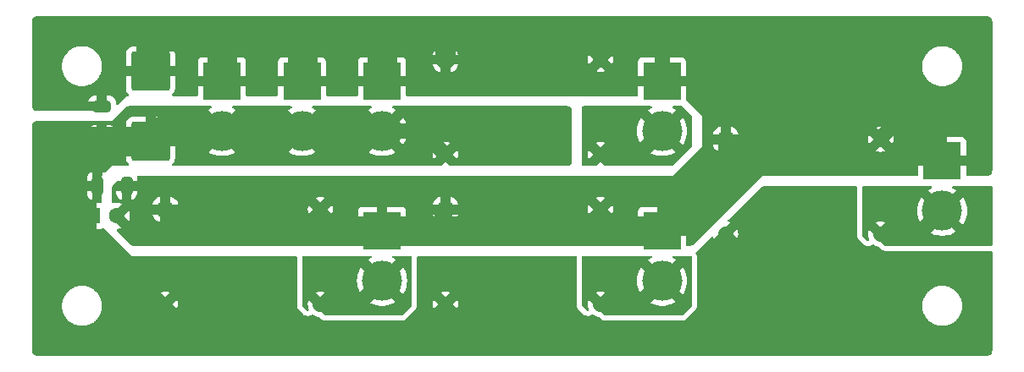
<source format=gbr>
%TF.GenerationSoftware,KiCad,Pcbnew,7.0.6*%
%TF.CreationDate,2023-10-26T22:09:33-07:00*%
%TF.ProjectId,power_distribution_board,706f7765-725f-4646-9973-747269627574,rev?*%
%TF.SameCoordinates,PX8a48640PY3938700*%
%TF.FileFunction,Copper,L2,Bot*%
%TF.FilePolarity,Positive*%
%FSLAX46Y46*%
G04 Gerber Fmt 4.6, Leading zero omitted, Abs format (unit mm)*
G04 Created by KiCad (PCBNEW 7.0.6) date 2023-10-26 22:09:33*
%MOMM*%
%LPD*%
G01*
G04 APERTURE LIST*
G04 Aperture macros list*
%AMRoundRect*
0 Rectangle with rounded corners*
0 $1 Rounding radius*
0 $2 $3 $4 $5 $6 $7 $8 $9 X,Y pos of 4 corners*
0 Add a 4 corners polygon primitive as box body*
4,1,4,$2,$3,$4,$5,$6,$7,$8,$9,$2,$3,0*
0 Add four circle primitives for the rounded corners*
1,1,$1+$1,$2,$3*
1,1,$1+$1,$4,$5*
1,1,$1+$1,$6,$7*
1,1,$1+$1,$8,$9*
0 Add four rect primitives between the rounded corners*
20,1,$1+$1,$2,$3,$4,$5,0*
20,1,$1+$1,$4,$5,$6,$7,0*
20,1,$1+$1,$6,$7,$8,$9,0*
20,1,$1+$1,$8,$9,$2,$3,0*%
G04 Aperture macros list end*
%TA.AperFunction,ComponentPad*%
%ADD10R,3.800000X3.800000*%
%TD*%
%TA.AperFunction,ComponentPad*%
%ADD11C,4.000000*%
%TD*%
%TA.AperFunction,ComponentPad*%
%ADD12RoundRect,0.381000X-0.381000X-0.381000X0.381000X-0.381000X0.381000X0.381000X-0.381000X0.381000X0*%
%TD*%
%TA.AperFunction,ComponentPad*%
%ADD13C,1.524000*%
%TD*%
%TA.AperFunction,ComponentPad*%
%ADD14RoundRect,0.250002X-1.699998X-1.699998X1.699998X-1.699998X1.699998X1.699998X-1.699998X1.699998X0*%
%TD*%
%TA.AperFunction,ComponentPad*%
%ADD15R,1.600000X1.600000*%
%TD*%
%TA.AperFunction,ComponentPad*%
%ADD16C,1.600000*%
%TD*%
%TA.AperFunction,SMDPad,CuDef*%
%ADD17RoundRect,0.250000X-0.325000X-0.650000X0.325000X-0.650000X0.325000X0.650000X-0.325000X0.650000X0*%
%TD*%
%TA.AperFunction,SMDPad,CuDef*%
%ADD18RoundRect,0.250000X0.650000X-0.325000X0.650000X0.325000X-0.650000X0.325000X-0.650000X-0.325000X0*%
%TD*%
%TA.AperFunction,Conductor*%
%ADD19C,1.500000*%
%TD*%
%TA.AperFunction,Conductor*%
%ADD20C,3.000000*%
%TD*%
%TA.AperFunction,Conductor*%
%ADD21C,2.000000*%
%TD*%
G04 APERTURE END LIST*
D10*
%TO.P,J1,1,Pin_1*%
%TO.N,GND*%
X63000000Y-6500000D03*
D11*
%TO.P,J1,2,Pin_2*%
%TO.N,Net-(J1-Pin_2)*%
X63000000Y-11500000D03*
%TD*%
D10*
%TO.P,J8,1,Pin_1*%
%TO.N,GND*%
X35000000Y-6500000D03*
D11*
%TO.P,J8,2,Pin_2*%
%TO.N,+12V*%
X35000000Y-11500000D03*
%TD*%
D10*
%TO.P,J5,1,Pin_1*%
%TO.N,GND*%
X19000000Y-6500000D03*
D11*
%TO.P,J5,2,Pin_2*%
%TO.N,+12V*%
X19000000Y-11500000D03*
%TD*%
D12*
%TO.P,U3,1,in-*%
%TO.N,GND*%
X13347500Y-19347500D03*
D13*
%TO.P,U3,2,in+*%
%TO.N,+12V*%
X13347500Y-28847500D03*
%TO.P,U3,3,out-*%
%TO.N,GND*%
X28847500Y-19347500D03*
%TO.P,U3,4,out+*%
%TO.N,Net-(J3-Pin_2)*%
X28847500Y-28847500D03*
%TD*%
D14*
%TO.P,J7,1,Pin_1*%
%TO.N,+12V*%
X11850000Y-12500000D03*
%TD*%
D12*
%TO.P,U4,1,in-*%
%TO.N,GND*%
X69347500Y-12330000D03*
D13*
%TO.P,U4,2,in+*%
%TO.N,+12V*%
X69347500Y-21830000D03*
%TO.P,U4,3,out-*%
%TO.N,GND*%
X84847500Y-12330000D03*
%TO.P,U4,4,out+*%
%TO.N,Net-(J9-Pin_2)*%
X84847500Y-21830000D03*
%TD*%
D14*
%TO.P,J6,1,Pin_1*%
%TO.N,GND*%
X11850000Y-5500000D03*
%TD*%
D12*
%TO.P,U1,1,in-*%
%TO.N,GND*%
X41347500Y-4347500D03*
D13*
%TO.P,U1,2,in+*%
%TO.N,+12V*%
X41347500Y-13847500D03*
%TO.P,U1,3,out-*%
%TO.N,GND*%
X56847500Y-4347500D03*
%TO.P,U1,4,out+*%
%TO.N,Net-(J1-Pin_2)*%
X56847500Y-13847500D03*
%TD*%
D15*
%TO.P,C1,1*%
%TO.N,+12V*%
X6000000Y-20000000D03*
D16*
%TO.P,C1,2*%
%TO.N,GND*%
X8500000Y-20000000D03*
%TD*%
D10*
%TO.P,J3,1,Pin_1*%
%TO.N,GND*%
X35000000Y-21500000D03*
D11*
%TO.P,J3,2,Pin_2*%
%TO.N,Net-(J3-Pin_2)*%
X35000000Y-26500000D03*
%TD*%
D10*
%TO.P,J2,1,Pin_1*%
%TO.N,GND*%
X63000000Y-21500000D03*
D11*
%TO.P,J2,2,Pin_2*%
%TO.N,Net-(J2-Pin_2)*%
X63000000Y-26500000D03*
%TD*%
D10*
%TO.P,J4,1,Pin_1*%
%TO.N,GND*%
X27000000Y-6500000D03*
D11*
%TO.P,J4,2,Pin_2*%
%TO.N,+12V*%
X27000000Y-11500000D03*
%TD*%
D10*
%TO.P,J9,1,Pin_1*%
%TO.N,GND*%
X91000000Y-14500000D03*
D11*
%TO.P,J9,2,Pin_2*%
%TO.N,Net-(J9-Pin_2)*%
X91000000Y-19500000D03*
%TD*%
D12*
%TO.P,U2,1,in-*%
%TO.N,GND*%
X41347500Y-19347500D03*
D13*
%TO.P,U2,2,in+*%
%TO.N,+12V*%
X41347500Y-28847500D03*
%TO.P,U2,3,out-*%
%TO.N,GND*%
X56847500Y-19347500D03*
%TO.P,U2,4,out+*%
%TO.N,Net-(J2-Pin_2)*%
X56847500Y-28847500D03*
%TD*%
D17*
%TO.P,C3,1*%
%TO.N,+12V*%
X6525000Y-17000000D03*
%TO.P,C3,2*%
%TO.N,GND*%
X9475000Y-17000000D03*
%TD*%
D18*
%TO.P,C2,1*%
%TO.N,+12V*%
X7000000Y-11975000D03*
%TO.P,C2,2*%
%TO.N,GND*%
X7000000Y-9025000D03*
%TD*%
D19*
%TO.N,Net-(J1-Pin_2)*%
X60652500Y-13847500D02*
X63000000Y-11500000D01*
X56847500Y-13847500D02*
X60652500Y-13847500D01*
%TO.N,Net-(J2-Pin_2)*%
X56847500Y-28847500D02*
X60652500Y-28847500D01*
X60652500Y-28847500D02*
X63000000Y-26500000D01*
%TO.N,Net-(J3-Pin_2)*%
X28847500Y-28847500D02*
X32652500Y-28847500D01*
X32652500Y-28847500D02*
X35000000Y-26500000D01*
D20*
%TO.N,GND*%
X62000000Y-2000000D02*
X76000000Y-2000000D01*
X76000000Y-2000000D02*
X78500000Y-2000000D01*
X41000000Y-2000000D02*
X56000000Y-2000000D01*
X19000000Y-6500000D02*
X19000000Y-2000000D01*
X13000000Y-2000000D02*
X19000000Y-2000000D01*
D19*
X69347500Y-15152500D02*
X69250000Y-15250000D01*
D20*
X41000000Y-21500000D02*
X63000000Y-21500000D01*
D19*
X63000000Y-3000000D02*
X62000000Y-2000000D01*
D20*
X35000000Y-21500000D02*
X16500000Y-21500000D01*
X86750000Y-10250000D02*
X91000000Y-14500000D01*
X35000000Y-2000000D02*
X41000000Y-2000000D01*
D19*
X56847500Y-4347500D02*
X56847500Y-2847500D01*
D20*
X19000000Y-2000000D02*
X27000000Y-2000000D01*
X69250000Y-15250000D02*
X63000000Y-21500000D01*
D19*
X84847500Y-12152500D02*
X86750000Y-10250000D01*
D21*
X41347500Y-2347500D02*
X41000000Y-2000000D01*
D19*
X13347500Y-19347500D02*
X15000000Y-21000000D01*
D20*
X27000000Y-2000000D02*
X35000000Y-2000000D01*
D19*
X41000000Y-19695000D02*
X41347500Y-19347500D01*
D20*
X78500000Y-2000000D02*
X86750000Y-10250000D01*
D21*
X41347500Y-4347500D02*
X41347500Y-2347500D01*
D20*
X76000000Y-2000000D02*
X76000000Y-8500000D01*
X35000000Y-21500000D02*
X41000000Y-21500000D01*
X27000000Y-6500000D02*
X27000000Y-2000000D01*
X35000000Y-2000000D02*
X35000000Y-6500000D01*
X16000000Y-21000000D02*
X16500000Y-21500000D01*
X11850000Y-5500000D02*
X11850000Y-3150000D01*
D19*
X15000000Y-21000000D02*
X16000000Y-21000000D01*
X63000000Y-6500000D02*
X63000000Y-3000000D01*
X41000000Y-21500000D02*
X41000000Y-19695000D01*
X84847500Y-12330000D02*
X84847500Y-12152500D01*
D20*
X56000000Y-2000000D02*
X62000000Y-2000000D01*
D19*
X69347500Y-12330000D02*
X69347500Y-15152500D01*
D20*
X76000000Y-8500000D02*
X69250000Y-15250000D01*
X11850000Y-3150000D02*
X13000000Y-2000000D01*
D19*
X56847500Y-2847500D02*
X56000000Y-2000000D01*
D20*
%TO.N,+12V*%
X19000000Y-11500000D02*
X12850000Y-11500000D01*
X19000000Y-11500000D02*
X27000000Y-11500000D01*
X12850000Y-11500000D02*
X11850000Y-12500000D01*
D19*
X35000000Y-11500000D02*
X39000000Y-11500000D01*
D20*
X11850000Y-12500000D02*
X5500000Y-12500000D01*
X14000000Y-32000000D02*
X41000000Y-32000000D01*
X4000000Y-14000000D02*
X4000000Y-22000000D01*
X4000000Y-22000000D02*
X14000000Y-32000000D01*
D19*
X69347500Y-31652500D02*
X69000000Y-32000000D01*
D20*
X5500000Y-12500000D02*
X4000000Y-14000000D01*
X41000000Y-32000000D02*
X69000000Y-32000000D01*
D19*
X39000000Y-11500000D02*
X41347500Y-13847500D01*
X69347500Y-21830000D02*
X69347500Y-31652500D01*
X41347500Y-31652500D02*
X41000000Y-32000000D01*
D20*
X27000000Y-11500000D02*
X35000000Y-11500000D01*
D19*
X41347500Y-28847500D02*
X41347500Y-31652500D01*
%TO.N,Net-(J9-Pin_2)*%
X84847500Y-21830000D02*
X88670000Y-21830000D01*
X88670000Y-21830000D02*
X91000000Y-19500000D01*
%TD*%
%TA.AperFunction,Conductor*%
%TO.N,Net-(J1-Pin_2)*%
G36*
X61942200Y-9019685D02*
G01*
X61987955Y-9072489D01*
X61997899Y-9141647D01*
X61968874Y-9205203D01*
X61934898Y-9232662D01*
X61657787Y-9385004D01*
X61657784Y-9385006D01*
X61619748Y-9412640D01*
X61619748Y-9412641D01*
X62466378Y-10259271D01*
X62322422Y-10326400D01*
X62128922Y-10461890D01*
X61961890Y-10628922D01*
X61826400Y-10822421D01*
X61759271Y-10966378D01*
X60914083Y-10121190D01*
X60804903Y-10293232D01*
X60804900Y-10293238D01*
X60670965Y-10577862D01*
X60670963Y-10577867D01*
X60573755Y-10877041D01*
X60514808Y-11186050D01*
X60514807Y-11186057D01*
X60495057Y-11499994D01*
X60495057Y-11500005D01*
X60514807Y-11813942D01*
X60514808Y-11813949D01*
X60573755Y-12122958D01*
X60670963Y-12422132D01*
X60670965Y-12422137D01*
X60804900Y-12706761D01*
X60804905Y-12706771D01*
X60914083Y-12878807D01*
X60914084Y-12878808D01*
X61759271Y-12033620D01*
X61826400Y-12177578D01*
X61961890Y-12371078D01*
X62128922Y-12538110D01*
X62322422Y-12673600D01*
X62466377Y-12740728D01*
X61619747Y-13587357D01*
X61619748Y-13587358D01*
X61657777Y-13614988D01*
X61657796Y-13615000D01*
X61933447Y-13766540D01*
X61933455Y-13766544D01*
X62225926Y-13882340D01*
X62530620Y-13960573D01*
X62530629Y-13960575D01*
X62842701Y-13999999D01*
X62842715Y-14000000D01*
X63157285Y-14000000D01*
X63157298Y-13999999D01*
X63469370Y-13960575D01*
X63469379Y-13960573D01*
X63774073Y-13882340D01*
X64066544Y-13766544D01*
X64066545Y-13766543D01*
X64342216Y-13614991D01*
X64342222Y-13614988D01*
X64380250Y-13587358D01*
X64380250Y-13587357D01*
X63533621Y-12740728D01*
X63677578Y-12673600D01*
X63871078Y-12538110D01*
X64038110Y-12371078D01*
X64173600Y-12177579D01*
X64240728Y-12033621D01*
X65085914Y-12878808D01*
X65085915Y-12878807D01*
X65195092Y-12706773D01*
X65195103Y-12706754D01*
X65329034Y-12422137D01*
X65329036Y-12422132D01*
X65426244Y-12122958D01*
X65485191Y-11813949D01*
X65485192Y-11813942D01*
X65504943Y-11500005D01*
X65504943Y-11499994D01*
X65485192Y-11186057D01*
X65485191Y-11186050D01*
X65426244Y-10877041D01*
X65329036Y-10577867D01*
X65329034Y-10577862D01*
X65195099Y-10293237D01*
X65195091Y-10293222D01*
X65085915Y-10121191D01*
X64240728Y-10966377D01*
X64173600Y-10822422D01*
X64038110Y-10628922D01*
X63871078Y-10461890D01*
X63677578Y-10326400D01*
X63533621Y-10259271D01*
X64380251Y-9412641D01*
X64380250Y-9412639D01*
X64342227Y-9385014D01*
X64342209Y-9385002D01*
X64065102Y-9232662D01*
X64015838Y-9183116D01*
X64001181Y-9114801D01*
X64025784Y-9049406D01*
X64081837Y-9007695D01*
X64124839Y-9000000D01*
X64948638Y-9000000D01*
X65015677Y-9019685D01*
X65036319Y-9036319D01*
X65963682Y-9963682D01*
X65997166Y-10025003D01*
X66000000Y-10051361D01*
X66000000Y-12948638D01*
X65980315Y-13015677D01*
X65963681Y-13036319D01*
X64036319Y-14963681D01*
X63974996Y-14997166D01*
X63948638Y-15000000D01*
X57292895Y-15000000D01*
X56844031Y-14551136D01*
X56830848Y-14559944D01*
X56827812Y-14570285D01*
X56811180Y-14590923D01*
X56402104Y-15000000D01*
X55124000Y-15000000D01*
X55056961Y-14980315D01*
X55011206Y-14927511D01*
X55000000Y-14876000D01*
X55000000Y-13847500D01*
X55580679Y-13847500D01*
X55599924Y-14067476D01*
X55599926Y-14067486D01*
X55657076Y-14280772D01*
X55657080Y-14280783D01*
X55672989Y-14314902D01*
X55672990Y-14314903D01*
X56108494Y-13879398D01*
X56462551Y-13879398D01*
X56493766Y-14002662D01*
X56563313Y-14109112D01*
X56663657Y-14187213D01*
X56783922Y-14228500D01*
X56879069Y-14228500D01*
X56972921Y-14212839D01*
X57084751Y-14152320D01*
X57170871Y-14058769D01*
X57221948Y-13942323D01*
X57230093Y-13844031D01*
X57551136Y-13844031D01*
X58022008Y-14314902D01*
X58022009Y-14314902D01*
X58037916Y-14280791D01*
X58037920Y-14280780D01*
X58095074Y-14067482D01*
X58095075Y-14067476D01*
X58114321Y-13847500D01*
X58114321Y-13847499D01*
X58095075Y-13627523D01*
X58095073Y-13627513D01*
X58037924Y-13414229D01*
X58037920Y-13414220D01*
X58022008Y-13380095D01*
X57590924Y-13811181D01*
X57562839Y-13826516D01*
X57551136Y-13844031D01*
X57230093Y-13844031D01*
X57232449Y-13815602D01*
X57201234Y-13692338D01*
X57131687Y-13585888D01*
X57031343Y-13507787D01*
X56911078Y-13466500D01*
X56815931Y-13466500D01*
X56722079Y-13482161D01*
X56610249Y-13542680D01*
X56524129Y-13636231D01*
X56473052Y-13752677D01*
X56462551Y-13879398D01*
X56108494Y-13879398D01*
X56140392Y-13847500D01*
X56140393Y-13847499D01*
X55672990Y-13380096D01*
X55657078Y-13414221D01*
X55657077Y-13414225D01*
X55599925Y-13627516D01*
X55599924Y-13627523D01*
X55580679Y-13847499D01*
X55580679Y-13847500D01*
X55000000Y-13847500D01*
X55000000Y-12672990D01*
X56380096Y-12672990D01*
X56847499Y-13140393D01*
X56847500Y-13140393D01*
X56847500Y-13140392D01*
X57314903Y-12672990D01*
X57314902Y-12672989D01*
X57280783Y-12657080D01*
X57280772Y-12657076D01*
X57067486Y-12599926D01*
X57067476Y-12599924D01*
X56847501Y-12580679D01*
X56847499Y-12580679D01*
X56627523Y-12599924D01*
X56627516Y-12599925D01*
X56414225Y-12657077D01*
X56414221Y-12657078D01*
X56380096Y-12672990D01*
X55000000Y-12672990D01*
X55000000Y-9124000D01*
X55019685Y-9056961D01*
X55072489Y-9011206D01*
X55124000Y-9000000D01*
X61875161Y-9000000D01*
X61942200Y-9019685D01*
G37*
%TD.AperFunction*%
%TD*%
%TA.AperFunction,Conductor*%
%TO.N,Net-(J3-Pin_2)*%
G36*
X33942200Y-24019685D02*
G01*
X33987955Y-24072489D01*
X33997899Y-24141647D01*
X33968874Y-24205203D01*
X33934898Y-24232662D01*
X33657787Y-24385004D01*
X33657784Y-24385006D01*
X33619748Y-24412640D01*
X33619748Y-24412641D01*
X34466378Y-25259271D01*
X34322422Y-25326400D01*
X34128922Y-25461890D01*
X33961890Y-25628922D01*
X33826400Y-25822421D01*
X33759271Y-25966378D01*
X32914083Y-25121190D01*
X32804903Y-25293232D01*
X32804900Y-25293238D01*
X32670965Y-25577862D01*
X32670963Y-25577867D01*
X32573755Y-25877041D01*
X32514808Y-26186050D01*
X32514807Y-26186057D01*
X32495057Y-26499994D01*
X32495057Y-26500005D01*
X32514807Y-26813942D01*
X32514808Y-26813949D01*
X32573755Y-27122958D01*
X32670963Y-27422132D01*
X32670965Y-27422137D01*
X32804900Y-27706761D01*
X32804905Y-27706771D01*
X32914083Y-27878807D01*
X32914084Y-27878808D01*
X33759271Y-27033621D01*
X33826400Y-27177578D01*
X33961890Y-27371078D01*
X34128922Y-27538110D01*
X34322422Y-27673600D01*
X34466377Y-27740728D01*
X33619747Y-28587357D01*
X33619748Y-28587358D01*
X33657777Y-28614988D01*
X33657796Y-28615000D01*
X33933447Y-28766540D01*
X33933455Y-28766544D01*
X34225926Y-28882340D01*
X34530620Y-28960573D01*
X34530629Y-28960575D01*
X34842701Y-28999999D01*
X34842715Y-29000000D01*
X35157285Y-29000000D01*
X35157298Y-28999999D01*
X35469370Y-28960575D01*
X35469379Y-28960573D01*
X35774073Y-28882340D01*
X36066544Y-28766544D01*
X36066545Y-28766543D01*
X36342216Y-28614991D01*
X36342222Y-28614988D01*
X36380250Y-28587358D01*
X36380250Y-28587357D01*
X35533621Y-27740728D01*
X35677578Y-27673600D01*
X35871078Y-27538110D01*
X36038110Y-27371078D01*
X36173600Y-27177579D01*
X36240728Y-27033620D01*
X37085915Y-27878807D01*
X37195092Y-27706773D01*
X37195103Y-27706754D01*
X37329034Y-27422137D01*
X37329036Y-27422132D01*
X37426244Y-27122958D01*
X37485191Y-26813949D01*
X37485192Y-26813942D01*
X37504943Y-26500005D01*
X37504943Y-26499994D01*
X37485192Y-26186057D01*
X37485191Y-26186050D01*
X37426244Y-25877041D01*
X37329036Y-25577867D01*
X37329034Y-25577862D01*
X37195099Y-25293237D01*
X37195091Y-25293222D01*
X37085915Y-25121191D01*
X37085915Y-25121190D01*
X36240728Y-25966377D01*
X36173600Y-25822422D01*
X36038110Y-25628922D01*
X35871078Y-25461890D01*
X35677578Y-25326400D01*
X35533621Y-25259271D01*
X36380251Y-24412641D01*
X36380250Y-24412639D01*
X36342227Y-24385014D01*
X36342209Y-24385002D01*
X36065102Y-24232662D01*
X36015838Y-24183116D01*
X36001181Y-24114801D01*
X36025784Y-24049406D01*
X36081837Y-24007695D01*
X36124839Y-24000000D01*
X37876000Y-24000000D01*
X37943039Y-24019685D01*
X37988794Y-24072489D01*
X38000000Y-24124000D01*
X38000000Y-28948637D01*
X37980315Y-29015676D01*
X37963681Y-29036318D01*
X37036819Y-29963181D01*
X36975496Y-29996666D01*
X36949138Y-29999500D01*
X29343756Y-29999500D01*
X29276717Y-29979815D01*
X29256075Y-29963181D01*
X28788922Y-29496027D01*
X28788912Y-29496019D01*
X28172291Y-28879398D01*
X28462551Y-28879398D01*
X28493766Y-29002662D01*
X28563313Y-29109112D01*
X28663657Y-29187213D01*
X28783922Y-29228500D01*
X28879069Y-29228500D01*
X28972921Y-29212839D01*
X29084751Y-29152320D01*
X29170871Y-29058769D01*
X29221948Y-28942323D01*
X29230093Y-28844031D01*
X29551136Y-28844031D01*
X30022008Y-29314902D01*
X30022009Y-29314902D01*
X30037916Y-29280791D01*
X30037920Y-29280780D01*
X30095074Y-29067482D01*
X30095075Y-29067476D01*
X30114321Y-28847500D01*
X30114321Y-28847499D01*
X30095075Y-28627523D01*
X30095073Y-28627513D01*
X30037924Y-28414229D01*
X30037920Y-28414220D01*
X30022008Y-28380095D01*
X29590924Y-28811181D01*
X29562839Y-28826516D01*
X29551136Y-28844031D01*
X29230093Y-28844031D01*
X29232449Y-28815602D01*
X29201234Y-28692338D01*
X29131687Y-28585888D01*
X29031343Y-28507787D01*
X28911078Y-28466500D01*
X28815931Y-28466500D01*
X28722079Y-28482161D01*
X28610249Y-28542680D01*
X28524129Y-28636231D01*
X28473052Y-28752677D01*
X28462551Y-28879398D01*
X28172291Y-28879398D01*
X28157834Y-28864941D01*
X28157832Y-28864938D01*
X27672990Y-28380096D01*
X27657078Y-28414221D01*
X27657077Y-28414225D01*
X27599925Y-28627516D01*
X27599924Y-28627523D01*
X27580679Y-28847499D01*
X27580679Y-28847500D01*
X27599924Y-29067476D01*
X27599926Y-29067486D01*
X27657075Y-29280770D01*
X27657080Y-29280784D01*
X27688664Y-29348516D01*
X27699156Y-29417593D01*
X27670636Y-29481377D01*
X27612159Y-29519616D01*
X27542292Y-29520170D01*
X27488601Y-29488601D01*
X27036319Y-29036319D01*
X27002834Y-28974996D01*
X27000000Y-28948638D01*
X27000000Y-27672990D01*
X28380096Y-27672990D01*
X28847499Y-28140393D01*
X28847500Y-28140393D01*
X28847500Y-28140392D01*
X29314903Y-27672990D01*
X29314902Y-27672989D01*
X29280783Y-27657080D01*
X29280772Y-27657076D01*
X29067486Y-27599926D01*
X29067476Y-27599924D01*
X28847501Y-27580679D01*
X28847499Y-27580679D01*
X28627523Y-27599924D01*
X28627516Y-27599925D01*
X28414225Y-27657077D01*
X28414221Y-27657078D01*
X28380096Y-27672990D01*
X27000000Y-27672990D01*
X27000000Y-24124000D01*
X27019685Y-24056961D01*
X27072489Y-24011206D01*
X27124000Y-24000000D01*
X33875161Y-24000000D01*
X33942200Y-24019685D01*
G37*
%TD.AperFunction*%
%TD*%
%TA.AperFunction,Conductor*%
%TO.N,Net-(J9-Pin_2)*%
G36*
X89942200Y-17019685D02*
G01*
X89987955Y-17072489D01*
X89997899Y-17141647D01*
X89968874Y-17205203D01*
X89934898Y-17232662D01*
X89657787Y-17385004D01*
X89657784Y-17385006D01*
X89619748Y-17412640D01*
X89619748Y-17412641D01*
X90466378Y-18259271D01*
X90322422Y-18326400D01*
X90128922Y-18461890D01*
X89961890Y-18628922D01*
X89826400Y-18822421D01*
X89759271Y-18966378D01*
X88914083Y-18121190D01*
X88804903Y-18293232D01*
X88804900Y-18293238D01*
X88670965Y-18577862D01*
X88670963Y-18577867D01*
X88573755Y-18877041D01*
X88514808Y-19186050D01*
X88514807Y-19186057D01*
X88495057Y-19499994D01*
X88495057Y-19500005D01*
X88514807Y-19813942D01*
X88514808Y-19813949D01*
X88573755Y-20122958D01*
X88670963Y-20422132D01*
X88670965Y-20422137D01*
X88804900Y-20706761D01*
X88804905Y-20706771D01*
X88914083Y-20878807D01*
X88914084Y-20878808D01*
X89759271Y-20033621D01*
X89826400Y-20177578D01*
X89961890Y-20371078D01*
X90128922Y-20538110D01*
X90322422Y-20673600D01*
X90466377Y-20740728D01*
X89619747Y-21587357D01*
X89619748Y-21587358D01*
X89657777Y-21614988D01*
X89657796Y-21615000D01*
X89933447Y-21766540D01*
X89933455Y-21766544D01*
X90225926Y-21882340D01*
X90530620Y-21960573D01*
X90530629Y-21960575D01*
X90842701Y-21999999D01*
X90842715Y-22000000D01*
X91157285Y-22000000D01*
X91157298Y-21999999D01*
X91469370Y-21960575D01*
X91469379Y-21960573D01*
X91774073Y-21882340D01*
X92066544Y-21766544D01*
X92066545Y-21766543D01*
X92342216Y-21614991D01*
X92342222Y-21614988D01*
X92380250Y-21587358D01*
X92380250Y-21587357D01*
X91533621Y-20740728D01*
X91677578Y-20673600D01*
X91871078Y-20538110D01*
X92038110Y-20371078D01*
X92173600Y-20177579D01*
X92240728Y-20033621D01*
X93085914Y-20878808D01*
X93085915Y-20878807D01*
X93195092Y-20706773D01*
X93195103Y-20706754D01*
X93329034Y-20422137D01*
X93329036Y-20422132D01*
X93426244Y-20122958D01*
X93485191Y-19813949D01*
X93485192Y-19813942D01*
X93504943Y-19500005D01*
X93504943Y-19499994D01*
X93485192Y-19186057D01*
X93485191Y-19186050D01*
X93426244Y-18877041D01*
X93329036Y-18577867D01*
X93329034Y-18577862D01*
X93195099Y-18293237D01*
X93195091Y-18293222D01*
X93085915Y-18121191D01*
X92240728Y-18966377D01*
X92173600Y-18822422D01*
X92038110Y-18628922D01*
X91871078Y-18461890D01*
X91677578Y-18326400D01*
X91533621Y-18259271D01*
X92380251Y-17412641D01*
X92380250Y-17412639D01*
X92342227Y-17385014D01*
X92342209Y-17385002D01*
X92065102Y-17232662D01*
X92015838Y-17183116D01*
X92001181Y-17114801D01*
X92025784Y-17049406D01*
X92081837Y-17007695D01*
X92124839Y-17000000D01*
X95875500Y-17000000D01*
X95942539Y-17019685D01*
X95988294Y-17072489D01*
X95999500Y-17124000D01*
X95999500Y-22876000D01*
X95979815Y-22943039D01*
X95927011Y-22988794D01*
X95875500Y-23000000D01*
X85310395Y-23000000D01*
X84788922Y-22478527D01*
X84788912Y-22478519D01*
X84172291Y-21861898D01*
X84462551Y-21861898D01*
X84493766Y-21985162D01*
X84563313Y-22091612D01*
X84663657Y-22169713D01*
X84783922Y-22211000D01*
X84879069Y-22211000D01*
X84972921Y-22195339D01*
X85084751Y-22134820D01*
X85170871Y-22041269D01*
X85221948Y-21924823D01*
X85230093Y-21826531D01*
X85551136Y-21826531D01*
X86022008Y-22297402D01*
X86022009Y-22297402D01*
X86037916Y-22263291D01*
X86037920Y-22263280D01*
X86095074Y-22049982D01*
X86095075Y-22049976D01*
X86114321Y-21830000D01*
X86114321Y-21829999D01*
X86095075Y-21610023D01*
X86095073Y-21610013D01*
X86037924Y-21396729D01*
X86037920Y-21396720D01*
X86022008Y-21362595D01*
X85590924Y-21793681D01*
X85562839Y-21809016D01*
X85551136Y-21826531D01*
X85230093Y-21826531D01*
X85232449Y-21798102D01*
X85201234Y-21674838D01*
X85131687Y-21568388D01*
X85031343Y-21490287D01*
X84911078Y-21449000D01*
X84815931Y-21449000D01*
X84722079Y-21464661D01*
X84610249Y-21525180D01*
X84524129Y-21618731D01*
X84473052Y-21735177D01*
X84462551Y-21861898D01*
X84172291Y-21861898D01*
X84157834Y-21847441D01*
X84157832Y-21847438D01*
X83672990Y-21362596D01*
X83657078Y-21396721D01*
X83657077Y-21396725D01*
X83599925Y-21610016D01*
X83599924Y-21610023D01*
X83580679Y-21829999D01*
X83580679Y-21830000D01*
X83599924Y-22049976D01*
X83599926Y-22049986D01*
X83657075Y-22263270D01*
X83657080Y-22263284D01*
X83703954Y-22363806D01*
X83714446Y-22432883D01*
X83685926Y-22496667D01*
X83627449Y-22534906D01*
X83557582Y-22535460D01*
X83503891Y-22503891D01*
X83036319Y-22036319D01*
X83002834Y-21974996D01*
X83000000Y-21948638D01*
X83000000Y-20655490D01*
X84380096Y-20655490D01*
X84847499Y-21122893D01*
X84847500Y-21122893D01*
X84847500Y-21122892D01*
X85314903Y-20655490D01*
X85314902Y-20655489D01*
X85280783Y-20639580D01*
X85280772Y-20639576D01*
X85067486Y-20582426D01*
X85067476Y-20582424D01*
X84847501Y-20563179D01*
X84847499Y-20563179D01*
X84627523Y-20582424D01*
X84627516Y-20582425D01*
X84414225Y-20639577D01*
X84414221Y-20639578D01*
X84380096Y-20655490D01*
X83000000Y-20655490D01*
X83000000Y-17124000D01*
X83019685Y-17056961D01*
X83072489Y-17011206D01*
X83124000Y-17000000D01*
X89875161Y-17000000D01*
X89942200Y-17019685D01*
G37*
%TD.AperFunction*%
%TD*%
%TA.AperFunction,Conductor*%
%TO.N,GND*%
G36*
X95507829Y-1030D02*
G01*
X95597227Y-12800D01*
X95613223Y-14906D01*
X95644491Y-23284D01*
X95734918Y-60740D01*
X95762952Y-76925D01*
X95840602Y-136509D01*
X95863491Y-159398D01*
X95923074Y-237048D01*
X95939259Y-265081D01*
X95976715Y-355508D01*
X95985093Y-386775D01*
X95998969Y-492166D01*
X95999500Y-500267D01*
X95999500Y-15499731D01*
X95998969Y-15507832D01*
X95985093Y-15613224D01*
X95976715Y-15644491D01*
X95939259Y-15734918D01*
X95923074Y-15762951D01*
X95863491Y-15840601D01*
X95840601Y-15863491D01*
X95762951Y-15923074D01*
X95734918Y-15939259D01*
X95644491Y-15976715D01*
X95613224Y-15985093D01*
X95524783Y-15996737D01*
X95504031Y-15999469D01*
X95495934Y-16000000D01*
X93524000Y-16000000D01*
X93456961Y-15980315D01*
X93411206Y-15927511D01*
X93400000Y-15876000D01*
X93400000Y-15000000D01*
X92256407Y-15000000D01*
X92273431Y-14963491D01*
X92334569Y-14735321D01*
X92355157Y-14500000D01*
X92334569Y-14264679D01*
X92273431Y-14036509D01*
X92256406Y-14000000D01*
X93400000Y-14000000D01*
X93400000Y-12552172D01*
X93399999Y-12552155D01*
X93393598Y-12492627D01*
X93393596Y-12492620D01*
X93343354Y-12357913D01*
X93343350Y-12357906D01*
X93257190Y-12242812D01*
X93257187Y-12242809D01*
X93142093Y-12156649D01*
X93142086Y-12156645D01*
X93007379Y-12106403D01*
X93007372Y-12106401D01*
X92947844Y-12100000D01*
X91500000Y-12100000D01*
X91500000Y-13243593D01*
X91463491Y-13226569D01*
X91235321Y-13165431D01*
X91058945Y-13150000D01*
X90941055Y-13150000D01*
X90764679Y-13165431D01*
X90536509Y-13226569D01*
X90499999Y-13243593D01*
X90500000Y-12100000D01*
X89052155Y-12100000D01*
X88992627Y-12106401D01*
X88992620Y-12106403D01*
X88857913Y-12156645D01*
X88857906Y-12156649D01*
X88742812Y-12242809D01*
X88742809Y-12242812D01*
X88656649Y-12357906D01*
X88656645Y-12357913D01*
X88606403Y-12492620D01*
X88606401Y-12492627D01*
X88600000Y-12552155D01*
X88600000Y-12552172D01*
X88599999Y-13999999D01*
X88600000Y-14000000D01*
X89743593Y-14000000D01*
X89726569Y-14036509D01*
X89665431Y-14264679D01*
X89644843Y-14500000D01*
X89665431Y-14735321D01*
X89726569Y-14963491D01*
X89743594Y-15000000D01*
X88600000Y-15000000D01*
X88600000Y-15876000D01*
X88580315Y-15943039D01*
X88527511Y-15988794D01*
X88476000Y-16000000D01*
X73000000Y-16000000D01*
X72853552Y-16146446D01*
X72853547Y-16146451D01*
X66149328Y-22850672D01*
X66143224Y-22856025D01*
X66055842Y-22923075D01*
X66027808Y-22939260D01*
X65937383Y-22976715D01*
X65906117Y-22985093D01*
X65817676Y-22996737D01*
X65796924Y-22999469D01*
X65788827Y-23000000D01*
X65524000Y-23000000D01*
X65456961Y-22980315D01*
X65411206Y-22927511D01*
X65400000Y-22876000D01*
X65400000Y-22000000D01*
X64256407Y-22000000D01*
X64273431Y-21963491D01*
X64334569Y-21735321D01*
X64355157Y-21500000D01*
X64334569Y-21264679D01*
X64273431Y-21036509D01*
X64256406Y-21000000D01*
X65400000Y-21000000D01*
X65400000Y-19552172D01*
X65399999Y-19552155D01*
X65393598Y-19492627D01*
X65393596Y-19492620D01*
X65343354Y-19357913D01*
X65343350Y-19357906D01*
X65257190Y-19242812D01*
X65257187Y-19242809D01*
X65142093Y-19156649D01*
X65142086Y-19156645D01*
X65007379Y-19106403D01*
X65007372Y-19106401D01*
X64947844Y-19100000D01*
X63500000Y-19100000D01*
X63500000Y-20243593D01*
X63463491Y-20226569D01*
X63235321Y-20165431D01*
X63058945Y-20150000D01*
X62941055Y-20150000D01*
X62764679Y-20165431D01*
X62536509Y-20226569D01*
X62500000Y-20243593D01*
X62500000Y-19100000D01*
X61052155Y-19100000D01*
X60992627Y-19106401D01*
X60992620Y-19106403D01*
X60857913Y-19156645D01*
X60857906Y-19156649D01*
X60742812Y-19242809D01*
X60742809Y-19242812D01*
X60656649Y-19357906D01*
X60656645Y-19357913D01*
X60606403Y-19492620D01*
X60606401Y-19492627D01*
X60600000Y-19552155D01*
X60600000Y-21000000D01*
X61743593Y-21000000D01*
X61726569Y-21036509D01*
X61665431Y-21264679D01*
X61644843Y-21500000D01*
X61665431Y-21735321D01*
X61726569Y-21963491D01*
X61743594Y-22000000D01*
X60600000Y-22000000D01*
X60600000Y-22876000D01*
X60580315Y-22943039D01*
X60527511Y-22988794D01*
X60476000Y-23000000D01*
X37524000Y-23000000D01*
X37456961Y-22980315D01*
X37411206Y-22927511D01*
X37400000Y-22876000D01*
X37400000Y-22000000D01*
X36256407Y-22000000D01*
X36273431Y-21963491D01*
X36334569Y-21735321D01*
X36355157Y-21500000D01*
X36334569Y-21264679D01*
X36273431Y-21036509D01*
X36256406Y-21000000D01*
X37399999Y-21000000D01*
X37400000Y-19847500D01*
X40088375Y-19847500D01*
X40088418Y-19848134D01*
X40134666Y-20034102D01*
X40219807Y-20205775D01*
X40339865Y-20355133D01*
X40339866Y-20355134D01*
X40489225Y-20475192D01*
X40489224Y-20475192D01*
X40660897Y-20560333D01*
X40846865Y-20606581D01*
X40847500Y-20606624D01*
X40847500Y-19847500D01*
X41847500Y-19847500D01*
X41847500Y-20606624D01*
X41848134Y-20606581D01*
X42034102Y-20560333D01*
X42111376Y-20522009D01*
X56380095Y-20522009D01*
X56414220Y-20537920D01*
X56414229Y-20537924D01*
X56627513Y-20595073D01*
X56627523Y-20595075D01*
X56847499Y-20614321D01*
X56847501Y-20614321D01*
X57067476Y-20595075D01*
X57067482Y-20595074D01*
X57280780Y-20537920D01*
X57280791Y-20537916D01*
X57314902Y-20522009D01*
X57314902Y-20522008D01*
X56844031Y-20051136D01*
X56830850Y-20059943D01*
X56827815Y-20070282D01*
X56811181Y-20090924D01*
X56380095Y-20522009D01*
X42111376Y-20522009D01*
X42205775Y-20475192D01*
X42355133Y-20355134D01*
X42355134Y-20355133D01*
X42475192Y-20205775D01*
X42560333Y-20034102D01*
X42606581Y-19848134D01*
X42606625Y-19847500D01*
X41847500Y-19847500D01*
X40847500Y-19847500D01*
X40088375Y-19847500D01*
X37400000Y-19847500D01*
X37400000Y-19552172D01*
X37399999Y-19552155D01*
X37393598Y-19492627D01*
X37393596Y-19492620D01*
X37351367Y-19379398D01*
X40962551Y-19379398D01*
X40993766Y-19502662D01*
X41063313Y-19609112D01*
X41163657Y-19687213D01*
X41283922Y-19728500D01*
X41379069Y-19728500D01*
X41472921Y-19712839D01*
X41584751Y-19652320D01*
X41670871Y-19558769D01*
X41721948Y-19442323D01*
X41729806Y-19347500D01*
X55580679Y-19347500D01*
X55599924Y-19567476D01*
X55599926Y-19567486D01*
X55657076Y-19780772D01*
X55657080Y-19780783D01*
X55672989Y-19814902D01*
X55672990Y-19814903D01*
X56108494Y-19379398D01*
X56462551Y-19379398D01*
X56493766Y-19502662D01*
X56563313Y-19609112D01*
X56663657Y-19687213D01*
X56783922Y-19728500D01*
X56879069Y-19728500D01*
X56972921Y-19712839D01*
X57084751Y-19652320D01*
X57170871Y-19558769D01*
X57221948Y-19442323D01*
X57230093Y-19344031D01*
X57551136Y-19344031D01*
X58022008Y-19814902D01*
X58022009Y-19814902D01*
X58037916Y-19780791D01*
X58037920Y-19780780D01*
X58095074Y-19567482D01*
X58095075Y-19567476D01*
X58114321Y-19347500D01*
X58114321Y-19347499D01*
X58095075Y-19127523D01*
X58095073Y-19127513D01*
X58037924Y-18914229D01*
X58037920Y-18914220D01*
X58022008Y-18880095D01*
X57590924Y-19311181D01*
X57562839Y-19326516D01*
X57551136Y-19344031D01*
X57230093Y-19344031D01*
X57232449Y-19315602D01*
X57201234Y-19192338D01*
X57131687Y-19085888D01*
X57031343Y-19007787D01*
X56911078Y-18966500D01*
X56815931Y-18966500D01*
X56722079Y-18982161D01*
X56610249Y-19042680D01*
X56524129Y-19136231D01*
X56473052Y-19252677D01*
X56462551Y-19379398D01*
X56108494Y-19379398D01*
X56140392Y-19347500D01*
X56140393Y-19347499D01*
X55672990Y-18880096D01*
X55657078Y-18914221D01*
X55657077Y-18914225D01*
X55599925Y-19127516D01*
X55599924Y-19127523D01*
X55580679Y-19347499D01*
X55580679Y-19347500D01*
X41729806Y-19347500D01*
X41732449Y-19315602D01*
X41701234Y-19192338D01*
X41631687Y-19085888D01*
X41531343Y-19007787D01*
X41411078Y-18966500D01*
X41315931Y-18966500D01*
X41222079Y-18982161D01*
X41110249Y-19042680D01*
X41024129Y-19136231D01*
X40973052Y-19252677D01*
X40962551Y-19379398D01*
X37351367Y-19379398D01*
X37343354Y-19357913D01*
X37343350Y-19357906D01*
X37257190Y-19242812D01*
X37257187Y-19242809D01*
X37142093Y-19156649D01*
X37142086Y-19156645D01*
X37007379Y-19106403D01*
X37007372Y-19106401D01*
X36947844Y-19100000D01*
X35500000Y-19100000D01*
X35500000Y-20243593D01*
X35463491Y-20226569D01*
X35235321Y-20165431D01*
X35058945Y-20150000D01*
X34941055Y-20150000D01*
X34764679Y-20165431D01*
X34536509Y-20226569D01*
X34500000Y-20243593D01*
X34500000Y-19100000D01*
X33052155Y-19100000D01*
X32992627Y-19106401D01*
X32992620Y-19106403D01*
X32857913Y-19156645D01*
X32857906Y-19156649D01*
X32742812Y-19242809D01*
X32742809Y-19242812D01*
X32656649Y-19357906D01*
X32656645Y-19357913D01*
X32606403Y-19492620D01*
X32606401Y-19492627D01*
X32600000Y-19552155D01*
X32600000Y-21000000D01*
X33743593Y-21000000D01*
X33726569Y-21036509D01*
X33665431Y-21264679D01*
X33644843Y-21500000D01*
X33665431Y-21735321D01*
X33726569Y-21963491D01*
X33743594Y-22000000D01*
X32600000Y-22000000D01*
X32600000Y-22876000D01*
X32580315Y-22943039D01*
X32527511Y-22988794D01*
X32476000Y-23000000D01*
X10211173Y-23000000D01*
X10203075Y-22999469D01*
X10179564Y-22996374D01*
X10093882Y-22985093D01*
X10062616Y-22976715D01*
X9972191Y-22939260D01*
X9944157Y-22923075D01*
X9856775Y-22856025D01*
X9850679Y-22850679D01*
X8508688Y-21508688D01*
X8475204Y-21447366D01*
X8480188Y-21377674D01*
X8522060Y-21321741D01*
X8585563Y-21297480D01*
X8726599Y-21285141D01*
X8726610Y-21285139D01*
X8946317Y-21226269D01*
X8946326Y-21226265D01*
X8995998Y-21203103D01*
X8441422Y-20648527D01*
X8441412Y-20648519D01*
X8000000Y-20207107D01*
X8000000Y-20000000D01*
X8095014Y-20000000D01*
X8114835Y-20125148D01*
X8172359Y-20238045D01*
X8261955Y-20327641D01*
X8374852Y-20385165D01*
X8468519Y-20400000D01*
X8531481Y-20400000D01*
X8625148Y-20385165D01*
X8738045Y-20327641D01*
X8827641Y-20238045D01*
X8885165Y-20125148D01*
X8904986Y-20000000D01*
X9207106Y-20000000D01*
X9703103Y-20495997D01*
X9726265Y-20446326D01*
X9726269Y-20446317D01*
X9785139Y-20226610D01*
X9785141Y-20226599D01*
X9804966Y-20000002D01*
X9804966Y-19999997D01*
X9791624Y-19847500D01*
X12088375Y-19847500D01*
X12088418Y-19848134D01*
X12134666Y-20034102D01*
X12219807Y-20205775D01*
X12339865Y-20355133D01*
X12339866Y-20355134D01*
X12489225Y-20475192D01*
X12489224Y-20475192D01*
X12660897Y-20560333D01*
X12846865Y-20606581D01*
X12847500Y-20606624D01*
X12847500Y-19847500D01*
X13847500Y-19847500D01*
X13847500Y-20606624D01*
X13848134Y-20606581D01*
X14034102Y-20560333D01*
X14111376Y-20522009D01*
X28380095Y-20522009D01*
X28414220Y-20537920D01*
X28414229Y-20537924D01*
X28627513Y-20595073D01*
X28627523Y-20595075D01*
X28847499Y-20614321D01*
X28847501Y-20614321D01*
X29067476Y-20595075D01*
X29067482Y-20595074D01*
X29280780Y-20537920D01*
X29280791Y-20537916D01*
X29314902Y-20522009D01*
X29314902Y-20522008D01*
X28844031Y-20051136D01*
X28830850Y-20059943D01*
X28827815Y-20070282D01*
X28811181Y-20090924D01*
X28380095Y-20522009D01*
X14111376Y-20522009D01*
X14205775Y-20475192D01*
X14355133Y-20355134D01*
X14355134Y-20355133D01*
X14475192Y-20205775D01*
X14560333Y-20034102D01*
X14606581Y-19848134D01*
X14606625Y-19847500D01*
X13847500Y-19847500D01*
X12847500Y-19847500D01*
X12088375Y-19847500D01*
X9791624Y-19847500D01*
X9785141Y-19773400D01*
X9785139Y-19773389D01*
X9726268Y-19553679D01*
X9703103Y-19504001D01*
X9207106Y-19999999D01*
X9207106Y-20000000D01*
X8904986Y-20000000D01*
X8885165Y-19874852D01*
X8827641Y-19761955D01*
X8738045Y-19672359D01*
X8625148Y-19614835D01*
X8531481Y-19600000D01*
X8468519Y-19600000D01*
X8374852Y-19614835D01*
X8261955Y-19672359D01*
X8172359Y-19761955D01*
X8114835Y-19874852D01*
X8095014Y-20000000D01*
X8000000Y-20000000D01*
X8000000Y-19792893D01*
X8413495Y-19379398D01*
X12962551Y-19379398D01*
X12993766Y-19502662D01*
X13063313Y-19609112D01*
X13163657Y-19687213D01*
X13283922Y-19728500D01*
X13379069Y-19728500D01*
X13472921Y-19712839D01*
X13584751Y-19652320D01*
X13670871Y-19558769D01*
X13721948Y-19442323D01*
X13729806Y-19347500D01*
X27580679Y-19347500D01*
X27599924Y-19567476D01*
X27599926Y-19567486D01*
X27657076Y-19780772D01*
X27657080Y-19780783D01*
X27672989Y-19814902D01*
X27672990Y-19814903D01*
X28108494Y-19379398D01*
X28462551Y-19379398D01*
X28493766Y-19502662D01*
X28563313Y-19609112D01*
X28663657Y-19687213D01*
X28783922Y-19728500D01*
X28879069Y-19728500D01*
X28972921Y-19712839D01*
X29084751Y-19652320D01*
X29170871Y-19558769D01*
X29221948Y-19442323D01*
X29230093Y-19344031D01*
X29551136Y-19344031D01*
X30022008Y-19814902D01*
X30022009Y-19814902D01*
X30037916Y-19780791D01*
X30037920Y-19780780D01*
X30095074Y-19567482D01*
X30095075Y-19567476D01*
X30114321Y-19347500D01*
X30114321Y-19347499D01*
X30095075Y-19127523D01*
X30095073Y-19127513D01*
X30037924Y-18914229D01*
X30037920Y-18914220D01*
X30022008Y-18880095D01*
X29590924Y-19311181D01*
X29562839Y-19326516D01*
X29551136Y-19344031D01*
X29230093Y-19344031D01*
X29232449Y-19315602D01*
X29201234Y-19192338D01*
X29131687Y-19085888D01*
X29031343Y-19007787D01*
X28911078Y-18966500D01*
X28815931Y-18966500D01*
X28722079Y-18982161D01*
X28610249Y-19042680D01*
X28524129Y-19136231D01*
X28473052Y-19252677D01*
X28462551Y-19379398D01*
X28108494Y-19379398D01*
X28140392Y-19347500D01*
X28140393Y-19347499D01*
X27672990Y-18880096D01*
X27657078Y-18914221D01*
X27657077Y-18914225D01*
X27599925Y-19127516D01*
X27599924Y-19127523D01*
X27580679Y-19347499D01*
X27580679Y-19347500D01*
X13729806Y-19347500D01*
X13732449Y-19315602D01*
X13701234Y-19192338D01*
X13631687Y-19085888D01*
X13531343Y-19007787D01*
X13411078Y-18966500D01*
X13315931Y-18966500D01*
X13222079Y-18982161D01*
X13110249Y-19042680D01*
X13024129Y-19136231D01*
X12973052Y-19252677D01*
X12962551Y-19379398D01*
X8413495Y-19379398D01*
X8500000Y-19292893D01*
X8945392Y-18847500D01*
X12088375Y-18847500D01*
X12847500Y-18847500D01*
X12847500Y-18088374D01*
X13847500Y-18088374D01*
X13847500Y-18847500D01*
X14606625Y-18847500D01*
X40088375Y-18847500D01*
X40847500Y-18847500D01*
X40847500Y-18088374D01*
X41847500Y-18088374D01*
X41847500Y-18847500D01*
X42606625Y-18847500D01*
X42606581Y-18846865D01*
X42560333Y-18660897D01*
X42475192Y-18489224D01*
X42355134Y-18339866D01*
X42355133Y-18339865D01*
X42205774Y-18219807D01*
X42205775Y-18219807D01*
X42111376Y-18172990D01*
X56380096Y-18172990D01*
X56847499Y-18640393D01*
X56847500Y-18640393D01*
X56847500Y-18640392D01*
X57314903Y-18172990D01*
X57314902Y-18172989D01*
X57280783Y-18157080D01*
X57280772Y-18157076D01*
X57067486Y-18099926D01*
X57067476Y-18099924D01*
X56847501Y-18080679D01*
X56847499Y-18080679D01*
X56627523Y-18099924D01*
X56627516Y-18099925D01*
X56414225Y-18157077D01*
X56414221Y-18157078D01*
X56380096Y-18172990D01*
X42111376Y-18172990D01*
X42034102Y-18134666D01*
X41848137Y-18088419D01*
X41848128Y-18088417D01*
X41847500Y-18088374D01*
X40847500Y-18088374D01*
X40846871Y-18088417D01*
X40846862Y-18088419D01*
X40660897Y-18134666D01*
X40489224Y-18219807D01*
X40339866Y-18339865D01*
X40339865Y-18339866D01*
X40219807Y-18489224D01*
X40134666Y-18660897D01*
X40088418Y-18846865D01*
X40088375Y-18847500D01*
X14606625Y-18847500D01*
X14606581Y-18846865D01*
X14560333Y-18660897D01*
X14475192Y-18489224D01*
X14355134Y-18339866D01*
X14355133Y-18339865D01*
X14205774Y-18219807D01*
X14205775Y-18219807D01*
X14111376Y-18172990D01*
X28380096Y-18172990D01*
X28847499Y-18640393D01*
X28847500Y-18640393D01*
X28847500Y-18640392D01*
X29314903Y-18172990D01*
X29314902Y-18172989D01*
X29280783Y-18157080D01*
X29280772Y-18157076D01*
X29067486Y-18099926D01*
X29067476Y-18099924D01*
X28847501Y-18080679D01*
X28847499Y-18080679D01*
X28627523Y-18099924D01*
X28627516Y-18099925D01*
X28414225Y-18157077D01*
X28414221Y-18157078D01*
X28380096Y-18172990D01*
X14111376Y-18172990D01*
X14034102Y-18134666D01*
X13848137Y-18088419D01*
X13848128Y-18088417D01*
X13847500Y-18088374D01*
X12847500Y-18088374D01*
X12846871Y-18088417D01*
X12846862Y-18088419D01*
X12660897Y-18134666D01*
X12489224Y-18219807D01*
X12339866Y-18339865D01*
X12339865Y-18339866D01*
X12219807Y-18489224D01*
X12134666Y-18660897D01*
X12088418Y-18846865D01*
X12088375Y-18847500D01*
X8945392Y-18847500D01*
X8995997Y-18796895D01*
X8946322Y-18773731D01*
X8726610Y-18714860D01*
X8726599Y-18714858D01*
X8500002Y-18695034D01*
X8499998Y-18695034D01*
X8273400Y-18714858D01*
X8273389Y-18714860D01*
X8156093Y-18746289D01*
X8086243Y-18744626D01*
X8028381Y-18705463D01*
X8000877Y-18641234D01*
X8000000Y-18626514D01*
X8000000Y-17500000D01*
X8400001Y-17500000D01*
X8400001Y-17699986D01*
X8410494Y-17802697D01*
X8465641Y-17969119D01*
X8465643Y-17969124D01*
X8557684Y-18118345D01*
X8681654Y-18242315D01*
X8830875Y-18334356D01*
X8830880Y-18334358D01*
X8975000Y-18382114D01*
X8975000Y-17500000D01*
X9975000Y-17500000D01*
X9975000Y-18382114D01*
X10119119Y-18334358D01*
X10119124Y-18334356D01*
X10268345Y-18242315D01*
X10392315Y-18118345D01*
X10484356Y-17969124D01*
X10484358Y-17969119D01*
X10539505Y-17802697D01*
X10539506Y-17802690D01*
X10549999Y-17699986D01*
X10550000Y-17699973D01*
X10550000Y-17500000D01*
X9975000Y-17500000D01*
X8975000Y-17500000D01*
X8400001Y-17500000D01*
X8000000Y-17500000D01*
X8000000Y-17211173D01*
X8000531Y-17203071D01*
X8014906Y-17093883D01*
X8023284Y-17062616D01*
X8060739Y-16972191D01*
X8076924Y-16944157D01*
X8084742Y-16933967D01*
X8143979Y-16856768D01*
X8149312Y-16850687D01*
X8500000Y-16500000D01*
X10549999Y-16500000D01*
X10549999Y-16300028D01*
X10549998Y-16300013D01*
X10539506Y-16197304D01*
X10528140Y-16163005D01*
X10525738Y-16093177D01*
X10561469Y-16033134D01*
X10623989Y-16001941D01*
X10645846Y-16000000D01*
X63792886Y-16000000D01*
X63792893Y-16000000D01*
X64000000Y-16000000D01*
X67000000Y-13000000D01*
X67000000Y-12830000D01*
X68088375Y-12830000D01*
X68088418Y-12830634D01*
X68134666Y-13016602D01*
X68219807Y-13188275D01*
X68339865Y-13337633D01*
X68339866Y-13337634D01*
X68489225Y-13457692D01*
X68489224Y-13457692D01*
X68660897Y-13542833D01*
X68846865Y-13589081D01*
X68847500Y-13589124D01*
X68847500Y-12830000D01*
X69847500Y-12830000D01*
X69847500Y-13589124D01*
X69848134Y-13589081D01*
X70034102Y-13542833D01*
X70111376Y-13504509D01*
X84380095Y-13504509D01*
X84414220Y-13520420D01*
X84414229Y-13520424D01*
X84627513Y-13577573D01*
X84627523Y-13577575D01*
X84847499Y-13596821D01*
X84847501Y-13596821D01*
X85067476Y-13577575D01*
X85067482Y-13577574D01*
X85280780Y-13520420D01*
X85280791Y-13520416D01*
X85314902Y-13504509D01*
X85314902Y-13504508D01*
X84844031Y-13033636D01*
X84830850Y-13042443D01*
X84827815Y-13052782D01*
X84811181Y-13073424D01*
X84380095Y-13504509D01*
X70111376Y-13504509D01*
X70205775Y-13457692D01*
X70355133Y-13337634D01*
X70355134Y-13337633D01*
X70475192Y-13188275D01*
X70560333Y-13016602D01*
X70606581Y-12830634D01*
X70606625Y-12830000D01*
X69847500Y-12830000D01*
X68847500Y-12830000D01*
X68088375Y-12830000D01*
X67000000Y-12830000D01*
X67000000Y-12361898D01*
X68962551Y-12361898D01*
X68993766Y-12485162D01*
X69063313Y-12591612D01*
X69163657Y-12669713D01*
X69283922Y-12711000D01*
X69379069Y-12711000D01*
X69472921Y-12695339D01*
X69584751Y-12634820D01*
X69670871Y-12541269D01*
X69721948Y-12424823D01*
X69729806Y-12330000D01*
X83580679Y-12330000D01*
X83599924Y-12549976D01*
X83599926Y-12549986D01*
X83657076Y-12763272D01*
X83657080Y-12763283D01*
X83672989Y-12797402D01*
X83672990Y-12797403D01*
X84108494Y-12361898D01*
X84462551Y-12361898D01*
X84493766Y-12485162D01*
X84563313Y-12591612D01*
X84663657Y-12669713D01*
X84783922Y-12711000D01*
X84879069Y-12711000D01*
X84972921Y-12695339D01*
X85084751Y-12634820D01*
X85170871Y-12541269D01*
X85221948Y-12424823D01*
X85230093Y-12326531D01*
X85551136Y-12326531D01*
X86022008Y-12797402D01*
X86022009Y-12797402D01*
X86037916Y-12763291D01*
X86037920Y-12763280D01*
X86095074Y-12549982D01*
X86095075Y-12549976D01*
X86114321Y-12330000D01*
X86114321Y-12329999D01*
X86095075Y-12110023D01*
X86095073Y-12110013D01*
X86037924Y-11896729D01*
X86037920Y-11896720D01*
X86022008Y-11862595D01*
X85590924Y-12293681D01*
X85562839Y-12309016D01*
X85551136Y-12326531D01*
X85230093Y-12326531D01*
X85232449Y-12298102D01*
X85201234Y-12174838D01*
X85131687Y-12068388D01*
X85031343Y-11990287D01*
X84911078Y-11949000D01*
X84815931Y-11949000D01*
X84722079Y-11964661D01*
X84610249Y-12025180D01*
X84524129Y-12118731D01*
X84473052Y-12235177D01*
X84462551Y-12361898D01*
X84108494Y-12361898D01*
X84140392Y-12330000D01*
X84140393Y-12329999D01*
X83672990Y-11862596D01*
X83657078Y-11896721D01*
X83657077Y-11896725D01*
X83599925Y-12110016D01*
X83599924Y-12110023D01*
X83580679Y-12329999D01*
X83580679Y-12330000D01*
X69729806Y-12330000D01*
X69732449Y-12298102D01*
X69701234Y-12174838D01*
X69631687Y-12068388D01*
X69531343Y-11990287D01*
X69411078Y-11949000D01*
X69315931Y-11949000D01*
X69222079Y-11964661D01*
X69110249Y-12025180D01*
X69024129Y-12118731D01*
X68973052Y-12235177D01*
X68962551Y-12361898D01*
X67000000Y-12361898D01*
X67000000Y-11830000D01*
X68088375Y-11830000D01*
X68847500Y-11830000D01*
X68847500Y-11070874D01*
X69847500Y-11070874D01*
X69847500Y-11830000D01*
X70606625Y-11830000D01*
X70606581Y-11829365D01*
X70560333Y-11643397D01*
X70475192Y-11471724D01*
X70355134Y-11322366D01*
X70355133Y-11322365D01*
X70205774Y-11202307D01*
X70205775Y-11202307D01*
X70111376Y-11155490D01*
X84380096Y-11155490D01*
X84847499Y-11622893D01*
X84847500Y-11622893D01*
X84847500Y-11622892D01*
X85314903Y-11155490D01*
X85314902Y-11155489D01*
X85280783Y-11139580D01*
X85280772Y-11139576D01*
X85067486Y-11082426D01*
X85067476Y-11082424D01*
X84847501Y-11063179D01*
X84847499Y-11063179D01*
X84627523Y-11082424D01*
X84627516Y-11082425D01*
X84414225Y-11139577D01*
X84414221Y-11139578D01*
X84380096Y-11155490D01*
X70111376Y-11155490D01*
X70034102Y-11117166D01*
X69848137Y-11070919D01*
X69848128Y-11070917D01*
X69847500Y-11070874D01*
X68847500Y-11070874D01*
X68846871Y-11070917D01*
X68846862Y-11070919D01*
X68660897Y-11117166D01*
X68489224Y-11202307D01*
X68339866Y-11322365D01*
X68339865Y-11322366D01*
X68219807Y-11471724D01*
X68134666Y-11643397D01*
X68088418Y-11829365D01*
X68088375Y-11830000D01*
X67000000Y-11830000D01*
X67000000Y-10000000D01*
X66853554Y-9853554D01*
X66853548Y-9853547D01*
X65436319Y-8436318D01*
X65402834Y-8374995D01*
X65400000Y-8348637D01*
X65400000Y-7000000D01*
X64256407Y-7000000D01*
X64273431Y-6963491D01*
X64334569Y-6735321D01*
X64355157Y-6500000D01*
X64334569Y-6264679D01*
X64273431Y-6036509D01*
X64256406Y-6000000D01*
X65400000Y-6000000D01*
X65400000Y-5000000D01*
X88994390Y-5000000D01*
X89002389Y-5111868D01*
X89002547Y-5116290D01*
X89002547Y-5142867D01*
X89006331Y-5169179D01*
X89006804Y-5173580D01*
X89014804Y-5285430D01*
X89014805Y-5285436D01*
X89038642Y-5395010D01*
X89039428Y-5399368D01*
X89043208Y-5425669D01*
X89050695Y-5451163D01*
X89051790Y-5455452D01*
X89075629Y-5565041D01*
X89114819Y-5670114D01*
X89116217Y-5674315D01*
X89123705Y-5699819D01*
X89134754Y-5724014D01*
X89136447Y-5728102D01*
X89175632Y-5833159D01*
X89175638Y-5833173D01*
X89229382Y-5931597D01*
X89231363Y-5935554D01*
X89242406Y-5959734D01*
X89256779Y-5982098D01*
X89259039Y-5985907D01*
X89312770Y-6084309D01*
X89312775Y-6084317D01*
X89379991Y-6174107D01*
X89382515Y-6177742D01*
X89396879Y-6200094D01*
X89414278Y-6220173D01*
X89417056Y-6223620D01*
X89484254Y-6313387D01*
X89484270Y-6313405D01*
X89563555Y-6392689D01*
X89566571Y-6395929D01*
X89583979Y-6416018D01*
X89604070Y-6433428D01*
X89607310Y-6436445D01*
X89686594Y-6515729D01*
X89686612Y-6515745D01*
X89776370Y-6582936D01*
X89779816Y-6585713D01*
X89799903Y-6603118D01*
X89822263Y-6617488D01*
X89825899Y-6620013D01*
X89908818Y-6682086D01*
X89915685Y-6687226D01*
X90014104Y-6740967D01*
X90017902Y-6743220D01*
X90040269Y-6757594D01*
X90064452Y-6768638D01*
X90068388Y-6770608D01*
X90166839Y-6824367D01*
X90271946Y-6863570D01*
X90275984Y-6865243D01*
X90300183Y-6876295D01*
X90325695Y-6883785D01*
X90329880Y-6885178D01*
X90434954Y-6924369D01*
X90434960Y-6924370D01*
X90434962Y-6924371D01*
X90482218Y-6934650D01*
X90544551Y-6948210D01*
X90548831Y-6949303D01*
X90574320Y-6956787D01*
X90600636Y-6960571D01*
X90604971Y-6961353D01*
X90714572Y-6985196D01*
X90826441Y-6993196D01*
X90830826Y-6993668D01*
X90857144Y-6997452D01*
X90883721Y-6997452D01*
X90888143Y-6997609D01*
X90921561Y-7000000D01*
X90999999Y-7005610D01*
X91000000Y-7005610D01*
X91000001Y-7005610D01*
X91040160Y-7002737D01*
X91111857Y-6997609D01*
X91116278Y-6997452D01*
X91142854Y-6997452D01*
X91169172Y-6993668D01*
X91173549Y-6993197D01*
X91285428Y-6985196D01*
X91395052Y-6961348D01*
X91399360Y-6960571D01*
X91425678Y-6956787D01*
X91451159Y-6949305D01*
X91455421Y-6948216D01*
X91565046Y-6924369D01*
X91670119Y-6885178D01*
X91674310Y-6883784D01*
X91699815Y-6876294D01*
X91724002Y-6865248D01*
X91728053Y-6863570D01*
X91833161Y-6824367D01*
X91931600Y-6770614D01*
X91935556Y-6768634D01*
X91959731Y-6757592D01*
X91982086Y-6743227D01*
X91985869Y-6740981D01*
X92084315Y-6687226D01*
X92174133Y-6619988D01*
X92177737Y-6617487D01*
X92200098Y-6603115D01*
X92220185Y-6585711D01*
X92223605Y-6582954D01*
X92313395Y-6515739D01*
X92392725Y-6436408D01*
X92395924Y-6433431D01*
X92416018Y-6416018D01*
X92433431Y-6395924D01*
X92436408Y-6392725D01*
X92515739Y-6313395D01*
X92582954Y-6223605D01*
X92585711Y-6220185D01*
X92603115Y-6200098D01*
X92617487Y-6177737D01*
X92619988Y-6174133D01*
X92687226Y-6084315D01*
X92740981Y-5985869D01*
X92743227Y-5982086D01*
X92757592Y-5959731D01*
X92768634Y-5935556D01*
X92770616Y-5931598D01*
X92794514Y-5887832D01*
X92824367Y-5833161D01*
X92863570Y-5728053D01*
X92865248Y-5724002D01*
X92876294Y-5699815D01*
X92883784Y-5674310D01*
X92885178Y-5670119D01*
X92924369Y-5565046D01*
X92948214Y-5455428D01*
X92949304Y-5451161D01*
X92956787Y-5425676D01*
X92960571Y-5399363D01*
X92961348Y-5395055D01*
X92985196Y-5285428D01*
X92993197Y-5173555D01*
X92993665Y-5169200D01*
X92997214Y-5144520D01*
X92996609Y-5140101D01*
X92998010Y-5111584D01*
X92998107Y-5106142D01*
X92998252Y-5102868D01*
X93005610Y-5000000D01*
X92998252Y-4897134D01*
X92998106Y-4893854D01*
X92998010Y-4888416D01*
X92996609Y-4859898D01*
X92997386Y-4856674D01*
X92993665Y-4830797D01*
X92993195Y-4826418D01*
X92985196Y-4714572D01*
X92961354Y-4604973D01*
X92960571Y-4600633D01*
X92956786Y-4574317D01*
X92949303Y-4548832D01*
X92948208Y-4544542D01*
X92924371Y-4434962D01*
X92924370Y-4434960D01*
X92924369Y-4434954D01*
X92885178Y-4329880D01*
X92883785Y-4325695D01*
X92876295Y-4300183D01*
X92865243Y-4275984D01*
X92863570Y-4271946D01*
X92824367Y-4166839D01*
X92770608Y-4068388D01*
X92768638Y-4064452D01*
X92757594Y-4040269D01*
X92743220Y-4017902D01*
X92740968Y-4014106D01*
X92687226Y-3915685D01*
X92686129Y-3914220D01*
X92620013Y-3825899D01*
X92617488Y-3822263D01*
X92603118Y-3799903D01*
X92585713Y-3779816D01*
X92582936Y-3776370D01*
X92515745Y-3686612D01*
X92515729Y-3686594D01*
X92436445Y-3607310D01*
X92433428Y-3604070D01*
X92416018Y-3583979D01*
X92395929Y-3566571D01*
X92392689Y-3563555D01*
X92313405Y-3484270D01*
X92313387Y-3484254D01*
X92223620Y-3417056D01*
X92220173Y-3414278D01*
X92200094Y-3396879D01*
X92177742Y-3382515D01*
X92174107Y-3379991D01*
X92084317Y-3312775D01*
X92084309Y-3312770D01*
X91985907Y-3259039D01*
X91982098Y-3256779D01*
X91959734Y-3242406D01*
X91935554Y-3231363D01*
X91931597Y-3229382D01*
X91833173Y-3175638D01*
X91833159Y-3175632D01*
X91728102Y-3136447D01*
X91724014Y-3134754D01*
X91699819Y-3123705D01*
X91674315Y-3116217D01*
X91670114Y-3114819D01*
X91565041Y-3075629D01*
X91455452Y-3051790D01*
X91451163Y-3050695D01*
X91425669Y-3043208D01*
X91399368Y-3039428D01*
X91395010Y-3038642D01*
X91285436Y-3014805D01*
X91285430Y-3014804D01*
X91173580Y-3006804D01*
X91169178Y-3006331D01*
X91142868Y-3002548D01*
X91116294Y-3002548D01*
X91111870Y-3002390D01*
X91000002Y-2994390D01*
X90999998Y-2994390D01*
X90888129Y-3002390D01*
X90883705Y-3002548D01*
X90857130Y-3002548D01*
X90830819Y-3006331D01*
X90826418Y-3006804D01*
X90714575Y-3014803D01*
X90714558Y-3014806D01*
X90604986Y-3038642D01*
X90600631Y-3039428D01*
X90574323Y-3043210D01*
X90548831Y-3050696D01*
X90544542Y-3051791D01*
X90434955Y-3075630D01*
X90329892Y-3114817D01*
X90325690Y-3116215D01*
X90300178Y-3123705D01*
X90275989Y-3134753D01*
X90271900Y-3136447D01*
X90216587Y-3157078D01*
X90166839Y-3175633D01*
X90166831Y-3175636D01*
X90068411Y-3229377D01*
X90064454Y-3231358D01*
X90040262Y-3242406D01*
X90017896Y-3256780D01*
X90014089Y-3259039D01*
X89929921Y-3305000D01*
X89915685Y-3312774D01*
X89915683Y-3312775D01*
X89915682Y-3312776D01*
X89825898Y-3379986D01*
X89822262Y-3382510D01*
X89799902Y-3396880D01*
X89779830Y-3414275D01*
X89776382Y-3417053D01*
X89686619Y-3484249D01*
X89686604Y-3484262D01*
X89607310Y-3563553D01*
X89604071Y-3566569D01*
X89583979Y-3583979D01*
X89566569Y-3604071D01*
X89563553Y-3607310D01*
X89484262Y-3686604D01*
X89484249Y-3686619D01*
X89417053Y-3776382D01*
X89414275Y-3779830D01*
X89396880Y-3799902D01*
X89382510Y-3822262D01*
X89379986Y-3825898D01*
X89312776Y-3915682D01*
X89259039Y-4014089D01*
X89256780Y-4017896D01*
X89242406Y-4040262D01*
X89231358Y-4064454D01*
X89229377Y-4068411D01*
X89175636Y-4166831D01*
X89175633Y-4166839D01*
X89144616Y-4250000D01*
X89136448Y-4271898D01*
X89134753Y-4275989D01*
X89123705Y-4300178D01*
X89116215Y-4325690D01*
X89114817Y-4329892D01*
X89075630Y-4434955D01*
X89051791Y-4544542D01*
X89050696Y-4548831D01*
X89043210Y-4574323D01*
X89039428Y-4600631D01*
X89038642Y-4604986D01*
X89014806Y-4714558D01*
X89014803Y-4714575D01*
X89006804Y-4826418D01*
X89006331Y-4830819D01*
X89002547Y-4857130D01*
X89002547Y-4883708D01*
X89002389Y-4888129D01*
X88994390Y-4999996D01*
X88994390Y-5000000D01*
X65400000Y-5000000D01*
X65400000Y-4552172D01*
X65399999Y-4552155D01*
X65393598Y-4492627D01*
X65393596Y-4492620D01*
X65343354Y-4357913D01*
X65343350Y-4357906D01*
X65257190Y-4242812D01*
X65257187Y-4242809D01*
X65142093Y-4156649D01*
X65142086Y-4156645D01*
X65007379Y-4106403D01*
X65007372Y-4106401D01*
X64947844Y-4100000D01*
X63500000Y-4100000D01*
X63500000Y-5243593D01*
X63463491Y-5226569D01*
X63235321Y-5165431D01*
X63058945Y-5150000D01*
X62941055Y-5150000D01*
X62764679Y-5165431D01*
X62536509Y-5226569D01*
X62500000Y-5243593D01*
X62500000Y-4100000D01*
X61052155Y-4100000D01*
X60992627Y-4106401D01*
X60992620Y-4106403D01*
X60857913Y-4156645D01*
X60857906Y-4156649D01*
X60742812Y-4242809D01*
X60742809Y-4242812D01*
X60656649Y-4357906D01*
X60656645Y-4357913D01*
X60606403Y-4492620D01*
X60606401Y-4492627D01*
X60600000Y-4552155D01*
X60600000Y-6000000D01*
X61743593Y-6000000D01*
X61726569Y-6036509D01*
X61665431Y-6264679D01*
X61644843Y-6500000D01*
X61665431Y-6735321D01*
X61726569Y-6963491D01*
X61743594Y-7000000D01*
X60600000Y-7000000D01*
X60600000Y-7876000D01*
X60580315Y-7943039D01*
X60527511Y-7988794D01*
X60476000Y-8000000D01*
X37524000Y-8000000D01*
X37456961Y-7980315D01*
X37411206Y-7927511D01*
X37400000Y-7876000D01*
X37400000Y-7000000D01*
X36256407Y-7000000D01*
X36273431Y-6963491D01*
X36334569Y-6735321D01*
X36355157Y-6500000D01*
X36334569Y-6264679D01*
X36273431Y-6036509D01*
X36256406Y-6000000D01*
X37399999Y-6000000D01*
X37400000Y-4847500D01*
X40088375Y-4847500D01*
X40088418Y-4848134D01*
X40134666Y-5034102D01*
X40219807Y-5205775D01*
X40339865Y-5355133D01*
X40339866Y-5355134D01*
X40489225Y-5475192D01*
X40489224Y-5475192D01*
X40660897Y-5560333D01*
X40846865Y-5606581D01*
X40847500Y-5606624D01*
X40847500Y-4847500D01*
X41847500Y-4847500D01*
X41847500Y-5606624D01*
X41848134Y-5606581D01*
X42034102Y-5560333D01*
X42111376Y-5522009D01*
X56380095Y-5522009D01*
X56414220Y-5537920D01*
X56414229Y-5537924D01*
X56627513Y-5595073D01*
X56627523Y-5595075D01*
X56847499Y-5614321D01*
X56847501Y-5614321D01*
X57067476Y-5595075D01*
X57067482Y-5595074D01*
X57280780Y-5537920D01*
X57280791Y-5537916D01*
X57314902Y-5522009D01*
X57314902Y-5522008D01*
X56844031Y-5051136D01*
X56830850Y-5059943D01*
X56827815Y-5070281D01*
X56811181Y-5090923D01*
X56380095Y-5522009D01*
X42111376Y-5522009D01*
X42205775Y-5475192D01*
X42355133Y-5355134D01*
X42355134Y-5355133D01*
X42475192Y-5205775D01*
X42560333Y-5034102D01*
X42606581Y-4848134D01*
X42606625Y-4847500D01*
X41847500Y-4847500D01*
X40847500Y-4847500D01*
X40088375Y-4847500D01*
X37400000Y-4847500D01*
X37400000Y-4552172D01*
X37399999Y-4552155D01*
X37393598Y-4492627D01*
X37393596Y-4492620D01*
X37351367Y-4379398D01*
X40962551Y-4379398D01*
X40993766Y-4502662D01*
X41063313Y-4609112D01*
X41163657Y-4687213D01*
X41283922Y-4728500D01*
X41379069Y-4728500D01*
X41472921Y-4712839D01*
X41584751Y-4652320D01*
X41670871Y-4558769D01*
X41721948Y-4442323D01*
X41729806Y-4347500D01*
X55580679Y-4347500D01*
X55599924Y-4567476D01*
X55599926Y-4567486D01*
X55657076Y-4780772D01*
X55657080Y-4780783D01*
X55672989Y-4814902D01*
X55672990Y-4814903D01*
X56108494Y-4379398D01*
X56462551Y-4379398D01*
X56493766Y-4502662D01*
X56563313Y-4609112D01*
X56663657Y-4687213D01*
X56783922Y-4728500D01*
X56879069Y-4728500D01*
X56972921Y-4712839D01*
X57084751Y-4652320D01*
X57170871Y-4558769D01*
X57221948Y-4442323D01*
X57230093Y-4344031D01*
X57551136Y-4344031D01*
X58022008Y-4814902D01*
X58022009Y-4814902D01*
X58037916Y-4780791D01*
X58037920Y-4780780D01*
X58095074Y-4567482D01*
X58095075Y-4567476D01*
X58114321Y-4347500D01*
X58114321Y-4347499D01*
X58095075Y-4127523D01*
X58095073Y-4127513D01*
X58037924Y-3914229D01*
X58037920Y-3914220D01*
X58022008Y-3880095D01*
X57590924Y-4311181D01*
X57562839Y-4326516D01*
X57551136Y-4344031D01*
X57230093Y-4344031D01*
X57232449Y-4315602D01*
X57201234Y-4192338D01*
X57131687Y-4085888D01*
X57031343Y-4007787D01*
X56911078Y-3966500D01*
X56815931Y-3966500D01*
X56722079Y-3982161D01*
X56610249Y-4042680D01*
X56524129Y-4136231D01*
X56473052Y-4252677D01*
X56462551Y-4379398D01*
X56108494Y-4379398D01*
X56140392Y-4347500D01*
X56140393Y-4347499D01*
X55672990Y-3880096D01*
X55657078Y-3914221D01*
X55657077Y-3914225D01*
X55599925Y-4127516D01*
X55599924Y-4127523D01*
X55580679Y-4347499D01*
X55580679Y-4347500D01*
X41729806Y-4347500D01*
X41732449Y-4315602D01*
X41701234Y-4192338D01*
X41631687Y-4085888D01*
X41531343Y-4007787D01*
X41411078Y-3966500D01*
X41315931Y-3966500D01*
X41222079Y-3982161D01*
X41110249Y-4042680D01*
X41024129Y-4136231D01*
X40973052Y-4252677D01*
X40962551Y-4379398D01*
X37351367Y-4379398D01*
X37343354Y-4357913D01*
X37343350Y-4357906D01*
X37257190Y-4242812D01*
X37257187Y-4242809D01*
X37142093Y-4156649D01*
X37142086Y-4156645D01*
X37007379Y-4106403D01*
X37007372Y-4106401D01*
X36947844Y-4100000D01*
X35500000Y-4100000D01*
X35500000Y-5243593D01*
X35463491Y-5226569D01*
X35235321Y-5165431D01*
X35058945Y-5150000D01*
X34941055Y-5150000D01*
X34764679Y-5165431D01*
X34536509Y-5226569D01*
X34500000Y-5243593D01*
X34500000Y-4100000D01*
X33052155Y-4100000D01*
X32992627Y-4106401D01*
X32992620Y-4106403D01*
X32857913Y-4156645D01*
X32857906Y-4156649D01*
X32742812Y-4242809D01*
X32742809Y-4242812D01*
X32656649Y-4357906D01*
X32656645Y-4357913D01*
X32606403Y-4492620D01*
X32606401Y-4492627D01*
X32600000Y-4552155D01*
X32600000Y-6000000D01*
X33743593Y-6000000D01*
X33726569Y-6036509D01*
X33665431Y-6264679D01*
X33644843Y-6500000D01*
X33665431Y-6735321D01*
X33726569Y-6963491D01*
X33743594Y-7000000D01*
X32600000Y-7000000D01*
X32600000Y-7876000D01*
X32580315Y-7943039D01*
X32527511Y-7988794D01*
X32476000Y-8000000D01*
X29524000Y-8000000D01*
X29456961Y-7980315D01*
X29411206Y-7927511D01*
X29400000Y-7876000D01*
X29400000Y-7000000D01*
X28256407Y-7000000D01*
X28273431Y-6963491D01*
X28334569Y-6735321D01*
X28355157Y-6500000D01*
X28334569Y-6264679D01*
X28273431Y-6036509D01*
X28256406Y-6000000D01*
X29400000Y-6000000D01*
X29400000Y-4552172D01*
X29399999Y-4552155D01*
X29393598Y-4492627D01*
X29393596Y-4492620D01*
X29343354Y-4357913D01*
X29343350Y-4357906D01*
X29257190Y-4242812D01*
X29257187Y-4242809D01*
X29142093Y-4156649D01*
X29142086Y-4156645D01*
X29007379Y-4106403D01*
X29007372Y-4106401D01*
X28947844Y-4100000D01*
X27500000Y-4100000D01*
X27500000Y-5243593D01*
X27463491Y-5226569D01*
X27235321Y-5165431D01*
X27058945Y-5150000D01*
X26941055Y-5150000D01*
X26764679Y-5165431D01*
X26536509Y-5226569D01*
X26500000Y-5243593D01*
X26500000Y-4100000D01*
X25052155Y-4100000D01*
X24992627Y-4106401D01*
X24992620Y-4106403D01*
X24857913Y-4156645D01*
X24857906Y-4156649D01*
X24742812Y-4242809D01*
X24742809Y-4242812D01*
X24656649Y-4357906D01*
X24656645Y-4357913D01*
X24606403Y-4492620D01*
X24606401Y-4492627D01*
X24600000Y-4552155D01*
X24600000Y-4552172D01*
X24599999Y-5999999D01*
X24600000Y-6000000D01*
X25743593Y-6000000D01*
X25726569Y-6036509D01*
X25665431Y-6264679D01*
X25644843Y-6500000D01*
X25665431Y-6735321D01*
X25726569Y-6963491D01*
X25743594Y-7000000D01*
X24600000Y-7000000D01*
X24600000Y-7876000D01*
X24580315Y-7943039D01*
X24527511Y-7988794D01*
X24476000Y-8000000D01*
X21524000Y-8000000D01*
X21456961Y-7980315D01*
X21411206Y-7927511D01*
X21400000Y-7876000D01*
X21400000Y-7000000D01*
X20256407Y-7000000D01*
X20273431Y-6963491D01*
X20334569Y-6735321D01*
X20355157Y-6500000D01*
X20334569Y-6264679D01*
X20273431Y-6036509D01*
X20256406Y-6000000D01*
X21400000Y-6000000D01*
X21400000Y-4552172D01*
X21399999Y-4552155D01*
X21393598Y-4492627D01*
X21393596Y-4492620D01*
X21343354Y-4357913D01*
X21343350Y-4357906D01*
X21257190Y-4242812D01*
X21257187Y-4242809D01*
X21142093Y-4156649D01*
X21142086Y-4156645D01*
X21007379Y-4106403D01*
X21007372Y-4106401D01*
X20947844Y-4100000D01*
X19500000Y-4100000D01*
X19500000Y-5243593D01*
X19463491Y-5226569D01*
X19235321Y-5165431D01*
X19058945Y-5150000D01*
X18941055Y-5150000D01*
X18764679Y-5165431D01*
X18536509Y-5226569D01*
X18500000Y-5243593D01*
X18500000Y-4100000D01*
X17052155Y-4100000D01*
X16992627Y-4106401D01*
X16992620Y-4106403D01*
X16857913Y-4156645D01*
X16857906Y-4156649D01*
X16742812Y-4242809D01*
X16742809Y-4242812D01*
X16656649Y-4357906D01*
X16656645Y-4357913D01*
X16606403Y-4492620D01*
X16606401Y-4492627D01*
X16600000Y-4552155D01*
X16600000Y-6000000D01*
X17743593Y-6000000D01*
X17726569Y-6036509D01*
X17665431Y-6264679D01*
X17644843Y-6500000D01*
X17665431Y-6735321D01*
X17726569Y-6963491D01*
X17743594Y-7000000D01*
X16600000Y-7000000D01*
X16600000Y-7876000D01*
X16580315Y-7943039D01*
X16527511Y-7988794D01*
X16476000Y-8000000D01*
X14110022Y-8000000D01*
X14042983Y-7980315D01*
X13997228Y-7927511D01*
X13987284Y-7858353D01*
X14016309Y-7794797D01*
X14022341Y-7788319D01*
X14142315Y-7668344D01*
X14234356Y-7519122D01*
X14234358Y-7519117D01*
X14289505Y-7352695D01*
X14289506Y-7352688D01*
X14299999Y-7249984D01*
X14300000Y-7249971D01*
X14300000Y-6000000D01*
X12995682Y-6000000D01*
X13043625Y-5887832D01*
X13093693Y-5668470D01*
X13103788Y-5443692D01*
X13073585Y-5220725D01*
X13004055Y-5006733D01*
X13000432Y-5000000D01*
X14299999Y-5000000D01*
X14299999Y-3847500D01*
X40088375Y-3847500D01*
X40847500Y-3847500D01*
X40847500Y-3088374D01*
X41847500Y-3088374D01*
X41847500Y-3847500D01*
X42606625Y-3847500D01*
X42606581Y-3846865D01*
X42560333Y-3660897D01*
X42475192Y-3489224D01*
X42355134Y-3339866D01*
X42355133Y-3339865D01*
X42205774Y-3219807D01*
X42205775Y-3219807D01*
X42111376Y-3172990D01*
X56380096Y-3172990D01*
X56847499Y-3640393D01*
X56847500Y-3640393D01*
X56847500Y-3640392D01*
X57314903Y-3172990D01*
X57314902Y-3172989D01*
X57280783Y-3157080D01*
X57280772Y-3157076D01*
X57067486Y-3099926D01*
X57067476Y-3099924D01*
X56847501Y-3080679D01*
X56847499Y-3080679D01*
X56627523Y-3099924D01*
X56627516Y-3099925D01*
X56414225Y-3157077D01*
X56414221Y-3157078D01*
X56380096Y-3172990D01*
X42111376Y-3172990D01*
X42034102Y-3134666D01*
X41848137Y-3088419D01*
X41848128Y-3088417D01*
X41847500Y-3088374D01*
X40847500Y-3088374D01*
X40846871Y-3088417D01*
X40846862Y-3088419D01*
X40660897Y-3134666D01*
X40489224Y-3219807D01*
X40339866Y-3339865D01*
X40339865Y-3339866D01*
X40219807Y-3489224D01*
X40134666Y-3660897D01*
X40088418Y-3846865D01*
X40088375Y-3847500D01*
X14299999Y-3847500D01*
X14299999Y-3750030D01*
X14299998Y-3750015D01*
X14289505Y-3647304D01*
X14234358Y-3480882D01*
X14234356Y-3480877D01*
X14142315Y-3331655D01*
X14018344Y-3207684D01*
X13869122Y-3115643D01*
X13869117Y-3115641D01*
X13702695Y-3060494D01*
X13702688Y-3060493D01*
X13599984Y-3050000D01*
X12350000Y-3050000D01*
X12350000Y-4352518D01*
X12183890Y-4290176D01*
X11962502Y-4250000D01*
X11793867Y-4250000D01*
X11625902Y-4265117D01*
X11409006Y-4324977D01*
X11350000Y-4353392D01*
X11350000Y-3050000D01*
X10100030Y-3050000D01*
X10100014Y-3050001D01*
X9997304Y-3060494D01*
X9830882Y-3115641D01*
X9830877Y-3115643D01*
X9681655Y-3207684D01*
X9557684Y-3331655D01*
X9465643Y-3480877D01*
X9465641Y-3480882D01*
X9410494Y-3647304D01*
X9410493Y-3647311D01*
X9400000Y-3750015D01*
X9400000Y-5000000D01*
X10704318Y-5000000D01*
X10656375Y-5112168D01*
X10606307Y-5331530D01*
X10596212Y-5556308D01*
X10626415Y-5779275D01*
X10695945Y-5993267D01*
X10699568Y-6000000D01*
X9400001Y-6000000D01*
X9400001Y-7249984D01*
X9410494Y-7352695D01*
X9465641Y-7519117D01*
X9465643Y-7519122D01*
X9557684Y-7668344D01*
X9686764Y-7797424D01*
X9685562Y-7798625D01*
X9720758Y-7848331D01*
X9723896Y-7918130D01*
X9688800Y-7978546D01*
X9646908Y-8000000D01*
X9500000Y-8000000D01*
X9353558Y-8146441D01*
X9353554Y-8146445D01*
X9353547Y-8146451D01*
X8611680Y-8888319D01*
X8550357Y-8921804D01*
X8480665Y-8916820D01*
X8424732Y-8874948D01*
X8400315Y-8809484D01*
X8399999Y-8800638D01*
X8399999Y-8650028D01*
X8399998Y-8650013D01*
X8389505Y-8547302D01*
X8334358Y-8380880D01*
X8334356Y-8380875D01*
X8242315Y-8231654D01*
X8118345Y-8107684D01*
X7969124Y-8015643D01*
X7969119Y-8015641D01*
X7802697Y-7960494D01*
X7802690Y-7960493D01*
X7699986Y-7950000D01*
X7500000Y-7950000D01*
X7500000Y-9401000D01*
X7480315Y-9468039D01*
X7443430Y-9500000D01*
X504066Y-9500000D01*
X495968Y-9499469D01*
X472457Y-9496374D01*
X386775Y-9485093D01*
X355508Y-9476715D01*
X265081Y-9439259D01*
X237048Y-9423074D01*
X159398Y-9363491D01*
X136508Y-9340601D01*
X76925Y-9262951D01*
X60740Y-9234918D01*
X23284Y-9144491D01*
X14906Y-9113223D01*
X1031Y-9007831D01*
X500Y-8999730D01*
X500Y-8525000D01*
X5617885Y-8525000D01*
X6500000Y-8525000D01*
X6500000Y-7950000D01*
X6300029Y-7950000D01*
X6300012Y-7950001D01*
X6197302Y-7960494D01*
X6030880Y-8015641D01*
X6030875Y-8015643D01*
X5881654Y-8107684D01*
X5757684Y-8231654D01*
X5665643Y-8380875D01*
X5665641Y-8380880D01*
X5617885Y-8525000D01*
X500Y-8525000D01*
X500Y-5000000D01*
X2994390Y-5000000D01*
X3002390Y-5111869D01*
X3002548Y-5116293D01*
X3002548Y-5142868D01*
X3006331Y-5169179D01*
X3006804Y-5173580D01*
X3014804Y-5285430D01*
X3014805Y-5285436D01*
X3038642Y-5395010D01*
X3039428Y-5399368D01*
X3043208Y-5425669D01*
X3050695Y-5451163D01*
X3051790Y-5455452D01*
X3075629Y-5565041D01*
X3114819Y-5670114D01*
X3116217Y-5674315D01*
X3123705Y-5699819D01*
X3134754Y-5724014D01*
X3136447Y-5728102D01*
X3175632Y-5833159D01*
X3175638Y-5833173D01*
X3229382Y-5931597D01*
X3231363Y-5935554D01*
X3242406Y-5959734D01*
X3256779Y-5982098D01*
X3259039Y-5985907D01*
X3312770Y-6084309D01*
X3312775Y-6084317D01*
X3379991Y-6174107D01*
X3382515Y-6177742D01*
X3396879Y-6200094D01*
X3414278Y-6220173D01*
X3417056Y-6223620D01*
X3484254Y-6313387D01*
X3484270Y-6313405D01*
X3563555Y-6392689D01*
X3566571Y-6395929D01*
X3583979Y-6416018D01*
X3604070Y-6433428D01*
X3607310Y-6436445D01*
X3686594Y-6515729D01*
X3686612Y-6515745D01*
X3776370Y-6582936D01*
X3779816Y-6585713D01*
X3799903Y-6603118D01*
X3822263Y-6617488D01*
X3825899Y-6620013D01*
X3908818Y-6682086D01*
X3915685Y-6687226D01*
X4014104Y-6740967D01*
X4017902Y-6743220D01*
X4040269Y-6757594D01*
X4064452Y-6768638D01*
X4068388Y-6770608D01*
X4166839Y-6824367D01*
X4271946Y-6863570D01*
X4275984Y-6865243D01*
X4300183Y-6876295D01*
X4325695Y-6883785D01*
X4329880Y-6885178D01*
X4434954Y-6924369D01*
X4434960Y-6924370D01*
X4434962Y-6924371D01*
X4482218Y-6934650D01*
X4544551Y-6948210D01*
X4548831Y-6949303D01*
X4574320Y-6956787D01*
X4600636Y-6960571D01*
X4604971Y-6961353D01*
X4714572Y-6985196D01*
X4826441Y-6993196D01*
X4830826Y-6993668D01*
X4857144Y-6997452D01*
X4883721Y-6997452D01*
X4888143Y-6997609D01*
X4921561Y-7000000D01*
X4999999Y-7005610D01*
X5000000Y-7005610D01*
X5000001Y-7005610D01*
X5040160Y-7002737D01*
X5111857Y-6997609D01*
X5116278Y-6997452D01*
X5142854Y-6997452D01*
X5169172Y-6993668D01*
X5173549Y-6993197D01*
X5285428Y-6985196D01*
X5395052Y-6961348D01*
X5399360Y-6960571D01*
X5425678Y-6956787D01*
X5451159Y-6949305D01*
X5455421Y-6948216D01*
X5565046Y-6924369D01*
X5670119Y-6885178D01*
X5674310Y-6883784D01*
X5699815Y-6876294D01*
X5724002Y-6865248D01*
X5728053Y-6863570D01*
X5833161Y-6824367D01*
X5931600Y-6770614D01*
X5935556Y-6768634D01*
X5959731Y-6757592D01*
X5982086Y-6743227D01*
X5985869Y-6740981D01*
X6084315Y-6687226D01*
X6174133Y-6619988D01*
X6177737Y-6617487D01*
X6200098Y-6603115D01*
X6220185Y-6585711D01*
X6223605Y-6582954D01*
X6313395Y-6515739D01*
X6392725Y-6436408D01*
X6395924Y-6433431D01*
X6416018Y-6416018D01*
X6433431Y-6395924D01*
X6436408Y-6392725D01*
X6515739Y-6313395D01*
X6582954Y-6223605D01*
X6585711Y-6220185D01*
X6603115Y-6200098D01*
X6617487Y-6177737D01*
X6619988Y-6174133D01*
X6687226Y-6084315D01*
X6740981Y-5985869D01*
X6743227Y-5982086D01*
X6757592Y-5959731D01*
X6768634Y-5935556D01*
X6770616Y-5931598D01*
X6794514Y-5887832D01*
X6824367Y-5833161D01*
X6863570Y-5728053D01*
X6865248Y-5724002D01*
X6876294Y-5699815D01*
X6883784Y-5674310D01*
X6885178Y-5670119D01*
X6924369Y-5565046D01*
X6948214Y-5455428D01*
X6949304Y-5451161D01*
X6956787Y-5425676D01*
X6960571Y-5399363D01*
X6961348Y-5395055D01*
X6985196Y-5285428D01*
X6993197Y-5173555D01*
X6993665Y-5169200D01*
X6997214Y-5144520D01*
X6996609Y-5140101D01*
X6998010Y-5111584D01*
X6998107Y-5106142D01*
X6998252Y-5102868D01*
X7005610Y-5000000D01*
X6998252Y-4897134D01*
X6998106Y-4893854D01*
X6998010Y-4888416D01*
X6996609Y-4859898D01*
X6997386Y-4856674D01*
X6993665Y-4830797D01*
X6993195Y-4826418D01*
X6985196Y-4714572D01*
X6961354Y-4604973D01*
X6960571Y-4600633D01*
X6956786Y-4574317D01*
X6949303Y-4548832D01*
X6948208Y-4544542D01*
X6924371Y-4434962D01*
X6924370Y-4434960D01*
X6924369Y-4434954D01*
X6885178Y-4329880D01*
X6883785Y-4325695D01*
X6876295Y-4300183D01*
X6865243Y-4275984D01*
X6863570Y-4271946D01*
X6824367Y-4166839D01*
X6770608Y-4068388D01*
X6768638Y-4064452D01*
X6757594Y-4040269D01*
X6743220Y-4017902D01*
X6740968Y-4014106D01*
X6687226Y-3915685D01*
X6686129Y-3914220D01*
X6620013Y-3825899D01*
X6617488Y-3822263D01*
X6603118Y-3799903D01*
X6585713Y-3779816D01*
X6582936Y-3776370D01*
X6515745Y-3686612D01*
X6515729Y-3686594D01*
X6436445Y-3607310D01*
X6433428Y-3604070D01*
X6416018Y-3583979D01*
X6395929Y-3566571D01*
X6392689Y-3563555D01*
X6313405Y-3484270D01*
X6313387Y-3484254D01*
X6223620Y-3417056D01*
X6220173Y-3414278D01*
X6200094Y-3396879D01*
X6177742Y-3382515D01*
X6174107Y-3379991D01*
X6084317Y-3312775D01*
X6084309Y-3312770D01*
X5985907Y-3259039D01*
X5982098Y-3256779D01*
X5959734Y-3242406D01*
X5935554Y-3231363D01*
X5931597Y-3229382D01*
X5833173Y-3175638D01*
X5833159Y-3175632D01*
X5728102Y-3136447D01*
X5724014Y-3134754D01*
X5699819Y-3123705D01*
X5674315Y-3116217D01*
X5670114Y-3114819D01*
X5565041Y-3075629D01*
X5455452Y-3051790D01*
X5451163Y-3050695D01*
X5425669Y-3043208D01*
X5399368Y-3039428D01*
X5395010Y-3038642D01*
X5285436Y-3014805D01*
X5285430Y-3014804D01*
X5173580Y-3006804D01*
X5169178Y-3006331D01*
X5142868Y-3002548D01*
X5116294Y-3002548D01*
X5111870Y-3002390D01*
X5000002Y-2994390D01*
X4999998Y-2994390D01*
X4888129Y-3002390D01*
X4883705Y-3002548D01*
X4857130Y-3002548D01*
X4830819Y-3006331D01*
X4826418Y-3006804D01*
X4714575Y-3014803D01*
X4714558Y-3014806D01*
X4604986Y-3038642D01*
X4600631Y-3039428D01*
X4574323Y-3043210D01*
X4548831Y-3050696D01*
X4544542Y-3051791D01*
X4434955Y-3075630D01*
X4329892Y-3114817D01*
X4325690Y-3116215D01*
X4300178Y-3123705D01*
X4275989Y-3134753D01*
X4271900Y-3136447D01*
X4216587Y-3157078D01*
X4166839Y-3175633D01*
X4166831Y-3175636D01*
X4068411Y-3229377D01*
X4064454Y-3231358D01*
X4040262Y-3242406D01*
X4017896Y-3256780D01*
X4014089Y-3259039D01*
X3929921Y-3305000D01*
X3915685Y-3312774D01*
X3915683Y-3312775D01*
X3915682Y-3312776D01*
X3825898Y-3379986D01*
X3822262Y-3382510D01*
X3799902Y-3396880D01*
X3779830Y-3414275D01*
X3776382Y-3417053D01*
X3686619Y-3484249D01*
X3686604Y-3484262D01*
X3607310Y-3563553D01*
X3604071Y-3566569D01*
X3583979Y-3583979D01*
X3566569Y-3604071D01*
X3563553Y-3607310D01*
X3484262Y-3686604D01*
X3484249Y-3686619D01*
X3417053Y-3776382D01*
X3414275Y-3779830D01*
X3396880Y-3799902D01*
X3382510Y-3822262D01*
X3379986Y-3825898D01*
X3312776Y-3915682D01*
X3259039Y-4014089D01*
X3256780Y-4017896D01*
X3242406Y-4040262D01*
X3231358Y-4064454D01*
X3229377Y-4068411D01*
X3175636Y-4166831D01*
X3175633Y-4166839D01*
X3144616Y-4250000D01*
X3136448Y-4271898D01*
X3134753Y-4275989D01*
X3123705Y-4300178D01*
X3116215Y-4325690D01*
X3114817Y-4329892D01*
X3075630Y-4434955D01*
X3051791Y-4544542D01*
X3050696Y-4548831D01*
X3043210Y-4574323D01*
X3039428Y-4600631D01*
X3038642Y-4604986D01*
X3014806Y-4714558D01*
X3014803Y-4714575D01*
X3006804Y-4826418D01*
X3006331Y-4830819D01*
X3002548Y-4857129D01*
X3002548Y-4883705D01*
X3002390Y-4888129D01*
X2994390Y-4999998D01*
X2994390Y-5000000D01*
X500Y-5000000D01*
X500Y-500268D01*
X1031Y-492166D01*
X14906Y-386776D01*
X23284Y-355508D01*
X60740Y-265081D01*
X76923Y-237050D01*
X136513Y-159392D01*
X159392Y-136513D01*
X237050Y-76923D01*
X265079Y-60740D01*
X355509Y-23283D01*
X386775Y-14906D01*
X492169Y-1030D01*
X500269Y-500D01*
X95499731Y-500D01*
X95507829Y-1030D01*
G37*
%TD.AperFunction*%
%TD*%
%TA.AperFunction,Conductor*%
%TO.N,+12V*%
G36*
X17942200Y-9019685D02*
G01*
X17987955Y-9072489D01*
X17997899Y-9141647D01*
X17968874Y-9205203D01*
X17934898Y-9232662D01*
X17657787Y-9385004D01*
X17657784Y-9385006D01*
X17619748Y-9412640D01*
X17619748Y-9412641D01*
X18466378Y-10259271D01*
X18322422Y-10326400D01*
X18128922Y-10461890D01*
X17961890Y-10628922D01*
X17826400Y-10822421D01*
X17759271Y-10966378D01*
X16914083Y-10121190D01*
X16804903Y-10293232D01*
X16804900Y-10293238D01*
X16670965Y-10577862D01*
X16670963Y-10577867D01*
X16573755Y-10877041D01*
X16514808Y-11186050D01*
X16514807Y-11186057D01*
X16495057Y-11499994D01*
X16495057Y-11500005D01*
X16514807Y-11813942D01*
X16514808Y-11813949D01*
X16573755Y-12122958D01*
X16670963Y-12422132D01*
X16670965Y-12422137D01*
X16804900Y-12706761D01*
X16804905Y-12706771D01*
X16914083Y-12878807D01*
X16914084Y-12878808D01*
X17759271Y-12033621D01*
X17826400Y-12177578D01*
X17961890Y-12371078D01*
X18128922Y-12538110D01*
X18322422Y-12673600D01*
X18466377Y-12740728D01*
X17619747Y-13587357D01*
X17619748Y-13587358D01*
X17657777Y-13614988D01*
X17657796Y-13615000D01*
X17933447Y-13766540D01*
X17933455Y-13766544D01*
X18225926Y-13882340D01*
X18530620Y-13960573D01*
X18530629Y-13960575D01*
X18842701Y-13999999D01*
X18842715Y-14000000D01*
X19157285Y-14000000D01*
X19157298Y-13999999D01*
X19469370Y-13960575D01*
X19469379Y-13960573D01*
X19774073Y-13882340D01*
X20066544Y-13766544D01*
X20066545Y-13766543D01*
X20342216Y-13614991D01*
X20342222Y-13614988D01*
X20380250Y-13587358D01*
X20380250Y-13587357D01*
X19533621Y-12740728D01*
X19677578Y-12673600D01*
X19871078Y-12538110D01*
X20038110Y-12371078D01*
X20173600Y-12177579D01*
X20240728Y-12033621D01*
X21085914Y-12878808D01*
X21085915Y-12878807D01*
X21195092Y-12706773D01*
X21195103Y-12706754D01*
X21329034Y-12422137D01*
X21329036Y-12422132D01*
X21426244Y-12122958D01*
X21485191Y-11813949D01*
X21485192Y-11813942D01*
X21504943Y-11500005D01*
X21504943Y-11499994D01*
X21485192Y-11186057D01*
X21485191Y-11186050D01*
X21426244Y-10877041D01*
X21329036Y-10577867D01*
X21329034Y-10577862D01*
X21195099Y-10293237D01*
X21195091Y-10293222D01*
X21085915Y-10121191D01*
X20240728Y-10966377D01*
X20173600Y-10822422D01*
X20038110Y-10628922D01*
X19871078Y-10461890D01*
X19677578Y-10326400D01*
X19533621Y-10259271D01*
X20380251Y-9412641D01*
X20380250Y-9412639D01*
X20342227Y-9385014D01*
X20342209Y-9385002D01*
X20065102Y-9232662D01*
X20015838Y-9183116D01*
X20001181Y-9114801D01*
X20025784Y-9049406D01*
X20081837Y-9007695D01*
X20124839Y-9000000D01*
X25875161Y-9000000D01*
X25942200Y-9019685D01*
X25987955Y-9072489D01*
X25997899Y-9141647D01*
X25968874Y-9205203D01*
X25934898Y-9232662D01*
X25657787Y-9385004D01*
X25657784Y-9385006D01*
X25619748Y-9412640D01*
X25619748Y-9412641D01*
X26466378Y-10259271D01*
X26322422Y-10326400D01*
X26128922Y-10461890D01*
X25961890Y-10628922D01*
X25826400Y-10822421D01*
X25759271Y-10966378D01*
X24914083Y-10121190D01*
X24804903Y-10293232D01*
X24804900Y-10293238D01*
X24670965Y-10577862D01*
X24670963Y-10577867D01*
X24573755Y-10877041D01*
X24514808Y-11186050D01*
X24514807Y-11186057D01*
X24495057Y-11499994D01*
X24495057Y-11500005D01*
X24514807Y-11813942D01*
X24514808Y-11813949D01*
X24573755Y-12122958D01*
X24670963Y-12422132D01*
X24670965Y-12422137D01*
X24804900Y-12706761D01*
X24804905Y-12706771D01*
X24914083Y-12878807D01*
X24914084Y-12878808D01*
X25759271Y-12033621D01*
X25826400Y-12177578D01*
X25961890Y-12371078D01*
X26128922Y-12538110D01*
X26322422Y-12673600D01*
X26466377Y-12740728D01*
X25619747Y-13587357D01*
X25619748Y-13587358D01*
X25657777Y-13614988D01*
X25657796Y-13615000D01*
X25933447Y-13766540D01*
X25933455Y-13766544D01*
X26225926Y-13882340D01*
X26530620Y-13960573D01*
X26530629Y-13960575D01*
X26842701Y-13999999D01*
X26842715Y-14000000D01*
X27157285Y-14000000D01*
X27157298Y-13999999D01*
X27469370Y-13960575D01*
X27469379Y-13960573D01*
X27774073Y-13882340D01*
X28066544Y-13766544D01*
X28066545Y-13766543D01*
X28342216Y-13614991D01*
X28342222Y-13614988D01*
X28380250Y-13587358D01*
X28380250Y-13587357D01*
X27533621Y-12740728D01*
X27677578Y-12673600D01*
X27871078Y-12538110D01*
X28038110Y-12371078D01*
X28173600Y-12177579D01*
X28240728Y-12033621D01*
X29085914Y-12878808D01*
X29085915Y-12878807D01*
X29195092Y-12706773D01*
X29195103Y-12706754D01*
X29329034Y-12422137D01*
X29329036Y-12422132D01*
X29426244Y-12122958D01*
X29485191Y-11813949D01*
X29485192Y-11813942D01*
X29504943Y-11500005D01*
X29504943Y-11499994D01*
X29485192Y-11186057D01*
X29485191Y-11186050D01*
X29426244Y-10877041D01*
X29329036Y-10577867D01*
X29329034Y-10577862D01*
X29195099Y-10293237D01*
X29195091Y-10293222D01*
X29085915Y-10121191D01*
X28240728Y-10966377D01*
X28173600Y-10822422D01*
X28038110Y-10628922D01*
X27871078Y-10461890D01*
X27677578Y-10326400D01*
X27533621Y-10259271D01*
X28380251Y-9412641D01*
X28380250Y-9412639D01*
X28342227Y-9385014D01*
X28342209Y-9385002D01*
X28065102Y-9232662D01*
X28015838Y-9183116D01*
X28001181Y-9114801D01*
X28025784Y-9049406D01*
X28081837Y-9007695D01*
X28124839Y-9000000D01*
X33875161Y-9000000D01*
X33942200Y-9019685D01*
X33987955Y-9072489D01*
X33997899Y-9141647D01*
X33968874Y-9205203D01*
X33934898Y-9232662D01*
X33657787Y-9385004D01*
X33657784Y-9385006D01*
X33619748Y-9412640D01*
X33619748Y-9412641D01*
X34466378Y-10259271D01*
X34322422Y-10326400D01*
X34128922Y-10461890D01*
X33961890Y-10628922D01*
X33826400Y-10822421D01*
X33759271Y-10966378D01*
X32914083Y-10121190D01*
X32804903Y-10293232D01*
X32804900Y-10293238D01*
X32670965Y-10577862D01*
X32670963Y-10577867D01*
X32573755Y-10877041D01*
X32514808Y-11186050D01*
X32514807Y-11186057D01*
X32495057Y-11499994D01*
X32495057Y-11500005D01*
X32514807Y-11813942D01*
X32514808Y-11813949D01*
X32573755Y-12122958D01*
X32670963Y-12422132D01*
X32670965Y-12422137D01*
X32804900Y-12706761D01*
X32804905Y-12706771D01*
X32914083Y-12878807D01*
X32914084Y-12878808D01*
X33759271Y-12033620D01*
X33826400Y-12177578D01*
X33961890Y-12371078D01*
X34128922Y-12538110D01*
X34322422Y-12673600D01*
X34466377Y-12740728D01*
X33619747Y-13587357D01*
X33619748Y-13587358D01*
X33657777Y-13614988D01*
X33657796Y-13615000D01*
X33933447Y-13766540D01*
X33933455Y-13766544D01*
X34225926Y-13882340D01*
X34530620Y-13960573D01*
X34530629Y-13960575D01*
X34842701Y-13999999D01*
X34842715Y-14000000D01*
X35157285Y-14000000D01*
X35157298Y-13999999D01*
X35469370Y-13960575D01*
X35469379Y-13960573D01*
X35774073Y-13882340D01*
X35862070Y-13847500D01*
X40080679Y-13847500D01*
X40099924Y-14067476D01*
X40099926Y-14067486D01*
X40157076Y-14280772D01*
X40157080Y-14280783D01*
X40172989Y-14314902D01*
X40172990Y-14314903D01*
X40608494Y-13879398D01*
X40962551Y-13879398D01*
X40993766Y-14002662D01*
X41063313Y-14109112D01*
X41163657Y-14187213D01*
X41283922Y-14228500D01*
X41379069Y-14228500D01*
X41472921Y-14212839D01*
X41584751Y-14152320D01*
X41670871Y-14058769D01*
X41721948Y-13942323D01*
X41730093Y-13844031D01*
X42051136Y-13844031D01*
X42522008Y-14314902D01*
X42522009Y-14314902D01*
X42537916Y-14280791D01*
X42537920Y-14280780D01*
X42595074Y-14067482D01*
X42595075Y-14067476D01*
X42614321Y-13847500D01*
X42614321Y-13847499D01*
X42595075Y-13627523D01*
X42595073Y-13627513D01*
X42537924Y-13414229D01*
X42537920Y-13414220D01*
X42522008Y-13380095D01*
X42090924Y-13811181D01*
X42062839Y-13826516D01*
X42051136Y-13844031D01*
X41730093Y-13844031D01*
X41732449Y-13815602D01*
X41701234Y-13692338D01*
X41631687Y-13585888D01*
X41531343Y-13507787D01*
X41411078Y-13466500D01*
X41315931Y-13466500D01*
X41222079Y-13482161D01*
X41110249Y-13542680D01*
X41024129Y-13636231D01*
X40973052Y-13752677D01*
X40962551Y-13879398D01*
X40608494Y-13879398D01*
X40640392Y-13847500D01*
X40640393Y-13847499D01*
X40172990Y-13380096D01*
X40157078Y-13414221D01*
X40157077Y-13414225D01*
X40099925Y-13627516D01*
X40099924Y-13627523D01*
X40080679Y-13847499D01*
X40080679Y-13847500D01*
X35862070Y-13847500D01*
X36066544Y-13766544D01*
X36066545Y-13766543D01*
X36342216Y-13614991D01*
X36342222Y-13614988D01*
X36380250Y-13587358D01*
X36380250Y-13587357D01*
X35533621Y-12740728D01*
X35677578Y-12673600D01*
X35871078Y-12538110D01*
X36038110Y-12371078D01*
X36173600Y-12177579D01*
X36240728Y-12033621D01*
X37085914Y-12878808D01*
X37085915Y-12878807D01*
X37195092Y-12706773D01*
X37195103Y-12706754D01*
X37210991Y-12672990D01*
X40880096Y-12672990D01*
X41347499Y-13140393D01*
X41347500Y-13140393D01*
X41347500Y-13140392D01*
X41814903Y-12672990D01*
X41814902Y-12672989D01*
X41780783Y-12657080D01*
X41780772Y-12657076D01*
X41567486Y-12599926D01*
X41567476Y-12599924D01*
X41347501Y-12580679D01*
X41347499Y-12580679D01*
X41127523Y-12599924D01*
X41127516Y-12599925D01*
X40914225Y-12657077D01*
X40914221Y-12657078D01*
X40880096Y-12672990D01*
X37210991Y-12672990D01*
X37329034Y-12422137D01*
X37329036Y-12422132D01*
X37426244Y-12122958D01*
X37485191Y-11813949D01*
X37485192Y-11813942D01*
X37504943Y-11500005D01*
X37504943Y-11499994D01*
X37485192Y-11186057D01*
X37485191Y-11186050D01*
X37426244Y-10877041D01*
X37329036Y-10577867D01*
X37329034Y-10577862D01*
X37195099Y-10293237D01*
X37195091Y-10293222D01*
X37085915Y-10121191D01*
X36240728Y-10966377D01*
X36173600Y-10822422D01*
X36038110Y-10628922D01*
X35871078Y-10461890D01*
X35677578Y-10326400D01*
X35533621Y-10259271D01*
X36380251Y-9412641D01*
X36380250Y-9412639D01*
X36342227Y-9385014D01*
X36342209Y-9385002D01*
X36065102Y-9232662D01*
X36015838Y-9183116D01*
X36001181Y-9114801D01*
X36025784Y-9049406D01*
X36081837Y-9007695D01*
X36124839Y-9000000D01*
X53495933Y-9000000D01*
X53504031Y-9000530D01*
X53595879Y-9012622D01*
X53613223Y-9014906D01*
X53644491Y-9023284D01*
X53734918Y-9060740D01*
X53762952Y-9076925D01*
X53840602Y-9136509D01*
X53863491Y-9159398D01*
X53923074Y-9237048D01*
X53939259Y-9265081D01*
X53976715Y-9355508D01*
X53985093Y-9386775D01*
X53999469Y-9495964D01*
X54000000Y-9504065D01*
X54000000Y-14495934D01*
X53999469Y-14504035D01*
X53985093Y-14613224D01*
X53976715Y-14644491D01*
X53939259Y-14734918D01*
X53923074Y-14762951D01*
X53863491Y-14840601D01*
X53840601Y-14863491D01*
X53762951Y-14923074D01*
X53734918Y-14939259D01*
X53644491Y-14976715D01*
X53613224Y-14985093D01*
X53524783Y-14996737D01*
X53504031Y-14999469D01*
X53495934Y-15000000D01*
X41792895Y-15000000D01*
X41344031Y-14551136D01*
X41330850Y-14559943D01*
X41327815Y-14570281D01*
X41311181Y-14590923D01*
X40902104Y-15000000D01*
X14110022Y-15000000D01*
X14042983Y-14980315D01*
X13997228Y-14927511D01*
X13987284Y-14858353D01*
X14016309Y-14794797D01*
X14022341Y-14788319D01*
X14142315Y-14668344D01*
X14234356Y-14519122D01*
X14234358Y-14519117D01*
X14289505Y-14352695D01*
X14289506Y-14352688D01*
X14299999Y-14249984D01*
X14300000Y-14249971D01*
X14300000Y-13000000D01*
X12995682Y-13000000D01*
X13043625Y-12887832D01*
X13093693Y-12668470D01*
X13103788Y-12443692D01*
X13073585Y-12220725D01*
X13004055Y-12006733D01*
X13000432Y-12000000D01*
X14299999Y-12000000D01*
X14299999Y-10750030D01*
X14299998Y-10750015D01*
X14289505Y-10647304D01*
X14234358Y-10480882D01*
X14234356Y-10480877D01*
X14142315Y-10331655D01*
X14018344Y-10207684D01*
X13869122Y-10115643D01*
X13869117Y-10115641D01*
X13702695Y-10060494D01*
X13702688Y-10060493D01*
X13599984Y-10050000D01*
X12350000Y-10050000D01*
X12350000Y-11352518D01*
X12183890Y-11290176D01*
X11962502Y-11250000D01*
X11793867Y-11250000D01*
X11625902Y-11265117D01*
X11409006Y-11324977D01*
X11350000Y-11353392D01*
X11350000Y-10050000D01*
X10100030Y-10050000D01*
X10100014Y-10050001D01*
X9997304Y-10060494D01*
X9830882Y-10115641D01*
X9830877Y-10115643D01*
X9681655Y-10207684D01*
X9557684Y-10331655D01*
X9465643Y-10480877D01*
X9465641Y-10480882D01*
X9410494Y-10647304D01*
X9410493Y-10647311D01*
X9400000Y-10750015D01*
X9400000Y-12000000D01*
X10704318Y-12000000D01*
X10656375Y-12112168D01*
X10606307Y-12331530D01*
X10596212Y-12556308D01*
X10626415Y-12779275D01*
X10695945Y-12993267D01*
X10699568Y-13000000D01*
X9400001Y-13000000D01*
X9400001Y-14249984D01*
X9410494Y-14352695D01*
X9465641Y-14519117D01*
X9465643Y-14519122D01*
X9557684Y-14668344D01*
X9677659Y-14788319D01*
X9711144Y-14849642D01*
X9706160Y-14919334D01*
X9664288Y-14975267D01*
X9598824Y-14999684D01*
X9589978Y-15000000D01*
X8000000Y-15000000D01*
X7853558Y-15146441D01*
X7853554Y-15146445D01*
X7853547Y-15146451D01*
X7340649Y-15659349D01*
X7279326Y-15692834D01*
X7209634Y-15687850D01*
X7187871Y-15677207D01*
X7169120Y-15665641D01*
X7025000Y-15617884D01*
X7025000Y-15974999D01*
X7000000Y-16000000D01*
X7000000Y-18437271D01*
X7000000Y-18437272D01*
X7000000Y-18578313D01*
X6980315Y-18645352D01*
X6927511Y-18691107D01*
X6862750Y-18701603D01*
X6847840Y-18700000D01*
X6500000Y-18700000D01*
X6500000Y-21300000D01*
X6847828Y-21300000D01*
X6847844Y-21299999D01*
X6907372Y-21293598D01*
X6907379Y-21293596D01*
X7042086Y-21243354D01*
X7042091Y-21243351D01*
X7071170Y-21221582D01*
X7136634Y-21197162D01*
X7204907Y-21212012D01*
X7233165Y-21233165D01*
X9853547Y-23853548D01*
X9853554Y-23853554D01*
X10000000Y-24000000D01*
X10207114Y-24000000D01*
X26370500Y-24000000D01*
X26437539Y-24019685D01*
X26483294Y-24072489D01*
X26494500Y-24124000D01*
X26494500Y-28962173D01*
X26495950Y-28989227D01*
X26495950Y-28989228D01*
X26500231Y-29029036D01*
X26508885Y-29082445D01*
X26508885Y-29082447D01*
X26541243Y-29169200D01*
X26559168Y-29217257D01*
X26592653Y-29278580D01*
X26678877Y-29393761D01*
X26678881Y-29393765D01*
X26678886Y-29393771D01*
X27131155Y-29846039D01*
X27131173Y-29846055D01*
X27232377Y-29924352D01*
X27232384Y-29924356D01*
X27232386Y-29924358D01*
X27286077Y-29955927D01*
X27403726Y-30006308D01*
X27546300Y-30025654D01*
X27616167Y-30025100D01*
X27758414Y-30003496D01*
X27888814Y-29942691D01*
X27947291Y-29904452D01*
X27947294Y-29904450D01*
X27966502Y-29887537D01*
X28029826Y-29858008D01*
X28099062Y-29867402D01*
X28119566Y-29879024D01*
X28213838Y-29945034D01*
X28414050Y-30038394D01*
X28627432Y-30095570D01*
X28633038Y-30096060D01*
X28698105Y-30121509D01*
X28709915Y-30131907D01*
X28908213Y-30330204D01*
X28908214Y-30330204D01*
X28928350Y-30348291D01*
X28928349Y-30348291D01*
X28959533Y-30373420D01*
X28959536Y-30373422D01*
X29003420Y-30405067D01*
X29134297Y-30464838D01*
X29177069Y-30477397D01*
X29201331Y-30484522D01*
X29201336Y-30484523D01*
X29201340Y-30484524D01*
X29343756Y-30505000D01*
X29343759Y-30505000D01*
X36962673Y-30505000D01*
X36962677Y-30505000D01*
X36989716Y-30503551D01*
X36989723Y-30503550D01*
X36989727Y-30503550D01*
X36989728Y-30503550D01*
X37029536Y-30499269D01*
X37082948Y-30490614D01*
X37217757Y-30440332D01*
X37279080Y-30406847D01*
X37394262Y-30320623D01*
X37692876Y-30022009D01*
X40880095Y-30022009D01*
X40914220Y-30037920D01*
X40914229Y-30037924D01*
X41127513Y-30095073D01*
X41127523Y-30095075D01*
X41347499Y-30114321D01*
X41347501Y-30114321D01*
X41567476Y-30095075D01*
X41567482Y-30095074D01*
X41780780Y-30037920D01*
X41780791Y-30037916D01*
X41814902Y-30022009D01*
X41814902Y-30022008D01*
X41344031Y-29551136D01*
X41330850Y-29559943D01*
X41327815Y-29570282D01*
X41311181Y-29590924D01*
X40880095Y-30022009D01*
X37692876Y-30022009D01*
X38330697Y-29384187D01*
X38330696Y-29384187D01*
X38330704Y-29384180D01*
X38330704Y-29384179D01*
X38348791Y-29364043D01*
X38348791Y-29364044D01*
X38373920Y-29332860D01*
X38378362Y-29326698D01*
X38405567Y-29288973D01*
X38465338Y-29158096D01*
X38485023Y-29091057D01*
X38485024Y-29091053D01*
X38505500Y-28948637D01*
X38505500Y-28847500D01*
X40080679Y-28847500D01*
X40099924Y-29067476D01*
X40099926Y-29067486D01*
X40157076Y-29280772D01*
X40157080Y-29280783D01*
X40172989Y-29314902D01*
X40172990Y-29314903D01*
X40608494Y-28879398D01*
X40962551Y-28879398D01*
X40993766Y-29002662D01*
X41063313Y-29109112D01*
X41163657Y-29187213D01*
X41283922Y-29228500D01*
X41379069Y-29228500D01*
X41472921Y-29212839D01*
X41584751Y-29152320D01*
X41670871Y-29058769D01*
X41721948Y-28942323D01*
X41730093Y-28844031D01*
X42051136Y-28844031D01*
X42522008Y-29314902D01*
X42522009Y-29314902D01*
X42537916Y-29280791D01*
X42537920Y-29280780D01*
X42595074Y-29067482D01*
X42595075Y-29067476D01*
X42614321Y-28847500D01*
X42614321Y-28847499D01*
X42595075Y-28627523D01*
X42595073Y-28627513D01*
X42537924Y-28414229D01*
X42537920Y-28414220D01*
X42522008Y-28380095D01*
X42090924Y-28811181D01*
X42062839Y-28826516D01*
X42051136Y-28844031D01*
X41730093Y-28844031D01*
X41732449Y-28815602D01*
X41701234Y-28692338D01*
X41631687Y-28585888D01*
X41531343Y-28507787D01*
X41411078Y-28466500D01*
X41315931Y-28466500D01*
X41222079Y-28482161D01*
X41110249Y-28542680D01*
X41024129Y-28636231D01*
X40973052Y-28752677D01*
X40962551Y-28879398D01*
X40608494Y-28879398D01*
X40640392Y-28847500D01*
X40640393Y-28847499D01*
X40172990Y-28380096D01*
X40157078Y-28414221D01*
X40157077Y-28414225D01*
X40099925Y-28627516D01*
X40099924Y-28627523D01*
X40080679Y-28847499D01*
X40080679Y-28847500D01*
X38505500Y-28847500D01*
X38505500Y-27672990D01*
X40880096Y-27672990D01*
X41347499Y-28140393D01*
X41347500Y-28140393D01*
X41347500Y-28140392D01*
X41814903Y-27672990D01*
X41814902Y-27672989D01*
X41780783Y-27657080D01*
X41780772Y-27657076D01*
X41567486Y-27599926D01*
X41567476Y-27599924D01*
X41347501Y-27580679D01*
X41347499Y-27580679D01*
X41127523Y-27599924D01*
X41127516Y-27599925D01*
X40914225Y-27657077D01*
X40914221Y-27657078D01*
X40880096Y-27672990D01*
X38505500Y-27672990D01*
X38505500Y-24124000D01*
X38525185Y-24056961D01*
X38577989Y-24011206D01*
X38629500Y-24000000D01*
X54370500Y-24000000D01*
X54437539Y-24019685D01*
X54483294Y-24072489D01*
X54494500Y-24124000D01*
X54494500Y-28962172D01*
X54495950Y-28989226D01*
X54495950Y-28989227D01*
X54500231Y-29029035D01*
X54508885Y-29082444D01*
X54508885Y-29082446D01*
X54559166Y-29217251D01*
X54559168Y-29217256D01*
X54559169Y-29217257D01*
X54592653Y-29278579D01*
X54592654Y-29278581D01*
X54678869Y-29393752D01*
X54678885Y-29393770D01*
X55131154Y-29846040D01*
X55131155Y-29846041D01*
X55232377Y-29924352D01*
X55232384Y-29924356D01*
X55232386Y-29924358D01*
X55286077Y-29955927D01*
X55403726Y-30006308D01*
X55546300Y-30025654D01*
X55616167Y-30025100D01*
X55758414Y-30003496D01*
X55888814Y-29942691D01*
X55947291Y-29904452D01*
X55947294Y-29904450D01*
X55966502Y-29887537D01*
X56029826Y-29858008D01*
X56099062Y-29867402D01*
X56119566Y-29879024D01*
X56213838Y-29945034D01*
X56414050Y-30038394D01*
X56627432Y-30095570D01*
X56633038Y-30096060D01*
X56698105Y-30121509D01*
X56709915Y-30131907D01*
X56908213Y-30330204D01*
X56908214Y-30330204D01*
X56928350Y-30348291D01*
X56928349Y-30348291D01*
X56959533Y-30373420D01*
X56959536Y-30373422D01*
X57003420Y-30405067D01*
X57134297Y-30464838D01*
X57177069Y-30477397D01*
X57201331Y-30484522D01*
X57201336Y-30484523D01*
X57201340Y-30484524D01*
X57343756Y-30505000D01*
X57343759Y-30505000D01*
X64962673Y-30505000D01*
X64962677Y-30505000D01*
X64989716Y-30503551D01*
X64989723Y-30503550D01*
X64989727Y-30503550D01*
X64989728Y-30503550D01*
X65029536Y-30499269D01*
X65082948Y-30490614D01*
X65217757Y-30440332D01*
X65279080Y-30406847D01*
X65394262Y-30320623D01*
X66330697Y-29384187D01*
X66330696Y-29384187D01*
X66330704Y-29384180D01*
X66330704Y-29384179D01*
X66348791Y-29364043D01*
X66348791Y-29364044D01*
X66373920Y-29332860D01*
X66378362Y-29326698D01*
X66405567Y-29288973D01*
X66465338Y-29158096D01*
X66485023Y-29091057D01*
X66485024Y-29091053D01*
X66498115Y-29000003D01*
X88994390Y-29000003D01*
X89002389Y-29111868D01*
X89002547Y-29116290D01*
X89002547Y-29142867D01*
X89006331Y-29169179D01*
X89006804Y-29173580D01*
X89014804Y-29285430D01*
X89014805Y-29285436D01*
X89038642Y-29395010D01*
X89039428Y-29399368D01*
X89043208Y-29425669D01*
X89050695Y-29451163D01*
X89051790Y-29455452D01*
X89075629Y-29565041D01*
X89114819Y-29670114D01*
X89116217Y-29674315D01*
X89123705Y-29699819D01*
X89134754Y-29724014D01*
X89136447Y-29728102D01*
X89175632Y-29833159D01*
X89175638Y-29833173D01*
X89229382Y-29931597D01*
X89231363Y-29935554D01*
X89242406Y-29959734D01*
X89256779Y-29982098D01*
X89259039Y-29985907D01*
X89312770Y-30084309D01*
X89312775Y-30084317D01*
X89379991Y-30174107D01*
X89382515Y-30177742D01*
X89396879Y-30200094D01*
X89414278Y-30220173D01*
X89417056Y-30223620D01*
X89484254Y-30313387D01*
X89484270Y-30313405D01*
X89563555Y-30392689D01*
X89566571Y-30395929D01*
X89583979Y-30416018D01*
X89604070Y-30433428D01*
X89607310Y-30436445D01*
X89686594Y-30515729D01*
X89686612Y-30515745D01*
X89776370Y-30582936D01*
X89779816Y-30585713D01*
X89799903Y-30603118D01*
X89822263Y-30617488D01*
X89825899Y-30620013D01*
X89908818Y-30682086D01*
X89915685Y-30687226D01*
X90014104Y-30740967D01*
X90017902Y-30743220D01*
X90040269Y-30757594D01*
X90064452Y-30768638D01*
X90068388Y-30770608D01*
X90166839Y-30824367D01*
X90271946Y-30863570D01*
X90275984Y-30865243D01*
X90300183Y-30876295D01*
X90325695Y-30883785D01*
X90329880Y-30885178D01*
X90434954Y-30924369D01*
X90434960Y-30924370D01*
X90434962Y-30924371D01*
X90482218Y-30934650D01*
X90544551Y-30948210D01*
X90548831Y-30949303D01*
X90574320Y-30956787D01*
X90600636Y-30960571D01*
X90604971Y-30961353D01*
X90714572Y-30985196D01*
X90826441Y-30993196D01*
X90830826Y-30993668D01*
X90857144Y-30997452D01*
X90883721Y-30997452D01*
X90888143Y-30997609D01*
X90937344Y-31001128D01*
X90999999Y-31005610D01*
X91000000Y-31005610D01*
X91000001Y-31005610D01*
X91040160Y-31002737D01*
X91111857Y-30997609D01*
X91116278Y-30997452D01*
X91142854Y-30997452D01*
X91169172Y-30993668D01*
X91173549Y-30993197D01*
X91285428Y-30985196D01*
X91395052Y-30961348D01*
X91399360Y-30960571D01*
X91425678Y-30956787D01*
X91451159Y-30949305D01*
X91455421Y-30948216D01*
X91565046Y-30924369D01*
X91670119Y-30885178D01*
X91674310Y-30883784D01*
X91699815Y-30876294D01*
X91724002Y-30865248D01*
X91728053Y-30863570D01*
X91833161Y-30824367D01*
X91931600Y-30770614D01*
X91935556Y-30768634D01*
X91959731Y-30757592D01*
X91982086Y-30743227D01*
X91985869Y-30740981D01*
X92084315Y-30687226D01*
X92174133Y-30619988D01*
X92177737Y-30617487D01*
X92200098Y-30603115D01*
X92220185Y-30585711D01*
X92223605Y-30582954D01*
X92313395Y-30515739D01*
X92392725Y-30436408D01*
X92395924Y-30433431D01*
X92416018Y-30416018D01*
X92433431Y-30395924D01*
X92436408Y-30392725D01*
X92515739Y-30313395D01*
X92582954Y-30223605D01*
X92585711Y-30220185D01*
X92603115Y-30200098D01*
X92617487Y-30177737D01*
X92619988Y-30174133D01*
X92687226Y-30084315D01*
X92740981Y-29985869D01*
X92743227Y-29982086D01*
X92757592Y-29959731D01*
X92768634Y-29935556D01*
X92770616Y-29931598D01*
X92774573Y-29924352D01*
X92824367Y-29833161D01*
X92863570Y-29728053D01*
X92865248Y-29724002D01*
X92876294Y-29699815D01*
X92883784Y-29674310D01*
X92885178Y-29670119D01*
X92924369Y-29565046D01*
X92948214Y-29455428D01*
X92949304Y-29451161D01*
X92956787Y-29425676D01*
X92960571Y-29399363D01*
X92961348Y-29395055D01*
X92985196Y-29285428D01*
X92993197Y-29173555D01*
X92993665Y-29169200D01*
X92997214Y-29144520D01*
X92996609Y-29140101D01*
X92998010Y-29111584D01*
X92998107Y-29106142D01*
X92998252Y-29102868D01*
X93005610Y-29000000D01*
X92998252Y-28897134D01*
X92998106Y-28893854D01*
X92998010Y-28888416D01*
X92996609Y-28859898D01*
X92997386Y-28856674D01*
X92993665Y-28830797D01*
X92993195Y-28826418D01*
X92985196Y-28714572D01*
X92961354Y-28604973D01*
X92960571Y-28600633D01*
X92956786Y-28574317D01*
X92949303Y-28548832D01*
X92948208Y-28544542D01*
X92924371Y-28434962D01*
X92924370Y-28434960D01*
X92924369Y-28434954D01*
X92885178Y-28329880D01*
X92883785Y-28325695D01*
X92876295Y-28300183D01*
X92865243Y-28275984D01*
X92863570Y-28271946D01*
X92824367Y-28166839D01*
X92770608Y-28068388D01*
X92768638Y-28064452D01*
X92757594Y-28040269D01*
X92743220Y-28017902D01*
X92740968Y-28014106D01*
X92687226Y-27915685D01*
X92620011Y-27825897D01*
X92617488Y-27822263D01*
X92603118Y-27799903D01*
X92585713Y-27779816D01*
X92582936Y-27776370D01*
X92515745Y-27686612D01*
X92515729Y-27686594D01*
X92436445Y-27607310D01*
X92433428Y-27604070D01*
X92416018Y-27583979D01*
X92395929Y-27566571D01*
X92392689Y-27563555D01*
X92313405Y-27484270D01*
X92313387Y-27484254D01*
X92223620Y-27417056D01*
X92220173Y-27414278D01*
X92200094Y-27396879D01*
X92177742Y-27382515D01*
X92174107Y-27379991D01*
X92084317Y-27312775D01*
X92084309Y-27312770D01*
X91985907Y-27259039D01*
X91982098Y-27256779D01*
X91959734Y-27242406D01*
X91935554Y-27231363D01*
X91931597Y-27229382D01*
X91833173Y-27175638D01*
X91833159Y-27175632D01*
X91728102Y-27136447D01*
X91724014Y-27134754D01*
X91699819Y-27123705D01*
X91674315Y-27116217D01*
X91670114Y-27114819D01*
X91565041Y-27075629D01*
X91455452Y-27051790D01*
X91451163Y-27050695D01*
X91425669Y-27043208D01*
X91399368Y-27039428D01*
X91395010Y-27038642D01*
X91285436Y-27014805D01*
X91285430Y-27014804D01*
X91173580Y-27006804D01*
X91169178Y-27006331D01*
X91142868Y-27002548D01*
X91116294Y-27002548D01*
X91111870Y-27002390D01*
X91000002Y-26994390D01*
X90999998Y-26994390D01*
X90888129Y-27002390D01*
X90883705Y-27002548D01*
X90857130Y-27002548D01*
X90830819Y-27006331D01*
X90826418Y-27006804D01*
X90714575Y-27014803D01*
X90714558Y-27014806D01*
X90604986Y-27038642D01*
X90600631Y-27039428D01*
X90574323Y-27043210D01*
X90548831Y-27050696D01*
X90544542Y-27051791D01*
X90434955Y-27075630D01*
X90329892Y-27114817D01*
X90325690Y-27116215D01*
X90300178Y-27123705D01*
X90275989Y-27134753D01*
X90271898Y-27136448D01*
X90166839Y-27175633D01*
X90166831Y-27175636D01*
X90068411Y-27229377D01*
X90064454Y-27231358D01*
X90040262Y-27242406D01*
X90017896Y-27256780D01*
X90014089Y-27259039D01*
X89929921Y-27305000D01*
X89915685Y-27312774D01*
X89915683Y-27312775D01*
X89915682Y-27312776D01*
X89825898Y-27379986D01*
X89822262Y-27382510D01*
X89799902Y-27396880D01*
X89779830Y-27414275D01*
X89776382Y-27417053D01*
X89686619Y-27484249D01*
X89686604Y-27484262D01*
X89607310Y-27563553D01*
X89604071Y-27566569D01*
X89583979Y-27583979D01*
X89566569Y-27604071D01*
X89563553Y-27607310D01*
X89484262Y-27686604D01*
X89484249Y-27686619D01*
X89417053Y-27776382D01*
X89414275Y-27779830D01*
X89396880Y-27799902D01*
X89382510Y-27822262D01*
X89379986Y-27825898D01*
X89312776Y-27915682D01*
X89259039Y-28014089D01*
X89256780Y-28017896D01*
X89242406Y-28040262D01*
X89231358Y-28064454D01*
X89229377Y-28068411D01*
X89175636Y-28166831D01*
X89175633Y-28166839D01*
X89136448Y-28271898D01*
X89134753Y-28275989D01*
X89123705Y-28300178D01*
X89116215Y-28325690D01*
X89114817Y-28329892D01*
X89075630Y-28434955D01*
X89051791Y-28544542D01*
X89050696Y-28548831D01*
X89043210Y-28574323D01*
X89039428Y-28600631D01*
X89038642Y-28604986D01*
X89014806Y-28714558D01*
X89014803Y-28714575D01*
X89006804Y-28826418D01*
X89006331Y-28830819D01*
X89002547Y-28857130D01*
X89002547Y-28883708D01*
X89002389Y-28888129D01*
X88994390Y-28999996D01*
X88994390Y-29000003D01*
X66498115Y-29000003D01*
X66505500Y-28948637D01*
X66505500Y-24124000D01*
X66493947Y-24016544D01*
X66482741Y-23965033D01*
X66473345Y-23936802D01*
X66448616Y-23862502D01*
X66448613Y-23862496D01*
X66380920Y-23757165D01*
X66361235Y-23690126D01*
X66380919Y-23623086D01*
X66397545Y-23602454D01*
X66995490Y-23004509D01*
X68880095Y-23004509D01*
X68914220Y-23020420D01*
X68914229Y-23020424D01*
X69127513Y-23077573D01*
X69127523Y-23077575D01*
X69347499Y-23096821D01*
X69347501Y-23096821D01*
X69567476Y-23077575D01*
X69567482Y-23077574D01*
X69780780Y-23020420D01*
X69780791Y-23020416D01*
X69814902Y-23004509D01*
X69814902Y-23004508D01*
X69344031Y-22533636D01*
X69330848Y-22542444D01*
X69327812Y-22552786D01*
X69311180Y-22573424D01*
X68880095Y-23004509D01*
X66995490Y-23004509D01*
X67916380Y-22083618D01*
X67977700Y-22050136D01*
X68047392Y-22055120D01*
X68103325Y-22096992D01*
X68123833Y-22139208D01*
X68157077Y-22263275D01*
X68157080Y-22263283D01*
X68172989Y-22297402D01*
X68172990Y-22297403D01*
X68608495Y-21861898D01*
X68962551Y-21861898D01*
X68993766Y-21985162D01*
X69063313Y-22091612D01*
X69163657Y-22169713D01*
X69283922Y-22211000D01*
X69379069Y-22211000D01*
X69472921Y-22195339D01*
X69584751Y-22134820D01*
X69670871Y-22041269D01*
X69721948Y-21924823D01*
X69730093Y-21826531D01*
X70051136Y-21826531D01*
X70522008Y-22297402D01*
X70522009Y-22297402D01*
X70537916Y-22263291D01*
X70537920Y-22263280D01*
X70595074Y-22049982D01*
X70595075Y-22049976D01*
X70614321Y-21830000D01*
X70614321Y-21829999D01*
X70595075Y-21610023D01*
X70595073Y-21610013D01*
X70537924Y-21396729D01*
X70537920Y-21396720D01*
X70522008Y-21362595D01*
X70090924Y-21793681D01*
X70062839Y-21809016D01*
X70051136Y-21826531D01*
X69730093Y-21826531D01*
X69732449Y-21798102D01*
X69701234Y-21674838D01*
X69631687Y-21568388D01*
X69531343Y-21490287D01*
X69411078Y-21449000D01*
X69315931Y-21449000D01*
X69222079Y-21464661D01*
X69110249Y-21525180D01*
X69024129Y-21618731D01*
X68973052Y-21735177D01*
X68962551Y-21861898D01*
X68608495Y-21861898D01*
X69814903Y-20655490D01*
X69814902Y-20655489D01*
X69780783Y-20639580D01*
X69780775Y-20639577D01*
X69656708Y-20606333D01*
X69597048Y-20569968D01*
X69566519Y-20507121D01*
X69574814Y-20437745D01*
X69601117Y-20398881D01*
X72850679Y-17149319D01*
X72856775Y-17143974D01*
X72944157Y-17076924D01*
X72972191Y-17060739D01*
X73062616Y-17023284D01*
X73093882Y-17014906D01*
X73203074Y-17000530D01*
X73211174Y-17000000D01*
X82370500Y-17000000D01*
X82437539Y-17019685D01*
X82483294Y-17072489D01*
X82494500Y-17124000D01*
X82494500Y-21962173D01*
X82495950Y-21989227D01*
X82495950Y-21989228D01*
X82500231Y-22029036D01*
X82508885Y-22082445D01*
X82508885Y-22082447D01*
X82550993Y-22195339D01*
X82559168Y-22217257D01*
X82581555Y-22258256D01*
X82584304Y-22263291D01*
X82592653Y-22278580D01*
X82678877Y-22393761D01*
X82678881Y-22393765D01*
X82678886Y-22393771D01*
X83146445Y-22861329D01*
X83146463Y-22861345D01*
X83247667Y-22939642D01*
X83247674Y-22939646D01*
X83247676Y-22939648D01*
X83301367Y-22971217D01*
X83419016Y-23021598D01*
X83561590Y-23040944D01*
X83631457Y-23040390D01*
X83773704Y-23018786D01*
X83904104Y-22957981D01*
X83962581Y-22919742D01*
X83962584Y-22919740D01*
X83995765Y-22890523D01*
X84059086Y-22860996D01*
X84128321Y-22870390D01*
X84148821Y-22882008D01*
X84213838Y-22927534D01*
X84414050Y-23020894D01*
X84627432Y-23078070D01*
X84633038Y-23078560D01*
X84698106Y-23104007D01*
X84709917Y-23114406D01*
X84952953Y-23357443D01*
X85037101Y-23425254D01*
X85037102Y-23425254D01*
X85037103Y-23425255D01*
X85167975Y-23485023D01*
X85167978Y-23485023D01*
X85167979Y-23485024D01*
X85310395Y-23505500D01*
X85310398Y-23505500D01*
X95875500Y-23505500D01*
X95942539Y-23525185D01*
X95988294Y-23577989D01*
X95999500Y-23629500D01*
X95999500Y-33499731D01*
X95998969Y-33507832D01*
X95985093Y-33613224D01*
X95976715Y-33644491D01*
X95939259Y-33734918D01*
X95923074Y-33762951D01*
X95863491Y-33840601D01*
X95840601Y-33863491D01*
X95762951Y-33923074D01*
X95734918Y-33939259D01*
X95644491Y-33976715D01*
X95613224Y-33985093D01*
X95528747Y-33996215D01*
X95507829Y-33998969D01*
X95499732Y-33999500D01*
X500268Y-33999500D01*
X492170Y-33998969D01*
X468503Y-33995853D01*
X386775Y-33985093D01*
X355508Y-33976715D01*
X265081Y-33939259D01*
X237048Y-33923074D01*
X159398Y-33863491D01*
X136508Y-33840601D01*
X76925Y-33762951D01*
X60740Y-33734918D01*
X23284Y-33644491D01*
X14906Y-33613223D01*
X1031Y-33507831D01*
X500Y-33499730D01*
X500Y-29000001D01*
X2994390Y-29000001D01*
X3002390Y-29111869D01*
X3002548Y-29116293D01*
X3002548Y-29142868D01*
X3006331Y-29169179D01*
X3006804Y-29173580D01*
X3014804Y-29285430D01*
X3014805Y-29285436D01*
X3038642Y-29395010D01*
X3039428Y-29399368D01*
X3043208Y-29425669D01*
X3050695Y-29451163D01*
X3051790Y-29455452D01*
X3075629Y-29565041D01*
X3114819Y-29670114D01*
X3116217Y-29674315D01*
X3123705Y-29699819D01*
X3134754Y-29724014D01*
X3136447Y-29728102D01*
X3175632Y-29833159D01*
X3175638Y-29833173D01*
X3229382Y-29931597D01*
X3231363Y-29935554D01*
X3242406Y-29959734D01*
X3256779Y-29982098D01*
X3259039Y-29985907D01*
X3312770Y-30084309D01*
X3312775Y-30084317D01*
X3379991Y-30174107D01*
X3382515Y-30177742D01*
X3396879Y-30200094D01*
X3414278Y-30220173D01*
X3417056Y-30223620D01*
X3484254Y-30313387D01*
X3484270Y-30313405D01*
X3563555Y-30392689D01*
X3566571Y-30395929D01*
X3583979Y-30416018D01*
X3604070Y-30433428D01*
X3607310Y-30436445D01*
X3686594Y-30515729D01*
X3686612Y-30515745D01*
X3776370Y-30582936D01*
X3779816Y-30585713D01*
X3799903Y-30603118D01*
X3822263Y-30617488D01*
X3825899Y-30620013D01*
X3908818Y-30682086D01*
X3915685Y-30687226D01*
X4014104Y-30740967D01*
X4017902Y-30743220D01*
X4040269Y-30757594D01*
X4064452Y-30768638D01*
X4068388Y-30770608D01*
X4166839Y-30824367D01*
X4271946Y-30863570D01*
X4275984Y-30865243D01*
X4300183Y-30876295D01*
X4325695Y-30883785D01*
X4329880Y-30885178D01*
X4434954Y-30924369D01*
X4434960Y-30924370D01*
X4434962Y-30924371D01*
X4482218Y-30934650D01*
X4544551Y-30948210D01*
X4548831Y-30949303D01*
X4574320Y-30956787D01*
X4600636Y-30960571D01*
X4604971Y-30961353D01*
X4714572Y-30985196D01*
X4826441Y-30993196D01*
X4830826Y-30993668D01*
X4857144Y-30997452D01*
X4883721Y-30997452D01*
X4888143Y-30997609D01*
X4937344Y-31001128D01*
X4999999Y-31005610D01*
X5000000Y-31005610D01*
X5000001Y-31005610D01*
X5040160Y-31002737D01*
X5111857Y-30997609D01*
X5116278Y-30997452D01*
X5142854Y-30997452D01*
X5169172Y-30993668D01*
X5173549Y-30993197D01*
X5285428Y-30985196D01*
X5395052Y-30961348D01*
X5399360Y-30960571D01*
X5425678Y-30956787D01*
X5451159Y-30949305D01*
X5455421Y-30948216D01*
X5565046Y-30924369D01*
X5670119Y-30885178D01*
X5674310Y-30883784D01*
X5699815Y-30876294D01*
X5724002Y-30865248D01*
X5728053Y-30863570D01*
X5833161Y-30824367D01*
X5931600Y-30770614D01*
X5935556Y-30768634D01*
X5959731Y-30757592D01*
X5982086Y-30743227D01*
X5985869Y-30740981D01*
X6084315Y-30687226D01*
X6174133Y-30619988D01*
X6177737Y-30617487D01*
X6200098Y-30603115D01*
X6220185Y-30585711D01*
X6223605Y-30582954D01*
X6313395Y-30515739D01*
X6392725Y-30436408D01*
X6395924Y-30433431D01*
X6416018Y-30416018D01*
X6433431Y-30395924D01*
X6436408Y-30392725D01*
X6515739Y-30313395D01*
X6582954Y-30223605D01*
X6585711Y-30220185D01*
X6603115Y-30200098D01*
X6617487Y-30177737D01*
X6619988Y-30174133D01*
X6687226Y-30084315D01*
X6721247Y-30022009D01*
X12880095Y-30022009D01*
X12914220Y-30037920D01*
X12914229Y-30037924D01*
X13127513Y-30095073D01*
X13127523Y-30095075D01*
X13347499Y-30114321D01*
X13347501Y-30114321D01*
X13567476Y-30095075D01*
X13567482Y-30095074D01*
X13780780Y-30037920D01*
X13780791Y-30037916D01*
X13814902Y-30022009D01*
X13814902Y-30022008D01*
X13344031Y-29551136D01*
X13330850Y-29559943D01*
X13327815Y-29570281D01*
X13311181Y-29590923D01*
X12880095Y-30022009D01*
X6721247Y-30022009D01*
X6740981Y-29985869D01*
X6743227Y-29982086D01*
X6757592Y-29959731D01*
X6768634Y-29935556D01*
X6770616Y-29931598D01*
X6774573Y-29924352D01*
X6824367Y-29833161D01*
X6863570Y-29728053D01*
X6865248Y-29724002D01*
X6876294Y-29699815D01*
X6883784Y-29674310D01*
X6885178Y-29670119D01*
X6924369Y-29565046D01*
X6948214Y-29455428D01*
X6949304Y-29451161D01*
X6956787Y-29425676D01*
X6960571Y-29399363D01*
X6961348Y-29395055D01*
X6985196Y-29285428D01*
X6993197Y-29173555D01*
X6993665Y-29169200D01*
X6997214Y-29144520D01*
X6996609Y-29140101D01*
X6998010Y-29111584D01*
X6998107Y-29106142D01*
X6998252Y-29102868D01*
X7005610Y-29000000D01*
X6998252Y-28897134D01*
X6998106Y-28893854D01*
X6998010Y-28888416D01*
X6996609Y-28859898D01*
X6997386Y-28856674D01*
X6996067Y-28847500D01*
X12080679Y-28847500D01*
X12099924Y-29067476D01*
X12099926Y-29067486D01*
X12157076Y-29280772D01*
X12157080Y-29280783D01*
X12172989Y-29314902D01*
X12172990Y-29314903D01*
X12608494Y-28879398D01*
X12962551Y-28879398D01*
X12993766Y-29002662D01*
X13063313Y-29109112D01*
X13163657Y-29187213D01*
X13283922Y-29228500D01*
X13379069Y-29228500D01*
X13472921Y-29212839D01*
X13584751Y-29152320D01*
X13670871Y-29058769D01*
X13721948Y-28942323D01*
X13730093Y-28844031D01*
X14051136Y-28844031D01*
X14522008Y-29314902D01*
X14522009Y-29314902D01*
X14537916Y-29280791D01*
X14537920Y-29280780D01*
X14595074Y-29067482D01*
X14595075Y-29067476D01*
X14614321Y-28847500D01*
X14614321Y-28847499D01*
X14595075Y-28627523D01*
X14595073Y-28627513D01*
X14537924Y-28414229D01*
X14537920Y-28414220D01*
X14522008Y-28380095D01*
X14090924Y-28811181D01*
X14062839Y-28826516D01*
X14051136Y-28844031D01*
X13730093Y-28844031D01*
X13732449Y-28815602D01*
X13701234Y-28692338D01*
X13631687Y-28585888D01*
X13531343Y-28507787D01*
X13411078Y-28466500D01*
X13315931Y-28466500D01*
X13222079Y-28482161D01*
X13110249Y-28542680D01*
X13024129Y-28636231D01*
X12973052Y-28752677D01*
X12962551Y-28879398D01*
X12608494Y-28879398D01*
X12640392Y-28847500D01*
X12640393Y-28847499D01*
X12172990Y-28380096D01*
X12157078Y-28414221D01*
X12157077Y-28414225D01*
X12099925Y-28627516D01*
X12099924Y-28627523D01*
X12080679Y-28847499D01*
X12080679Y-28847500D01*
X6996067Y-28847500D01*
X6993665Y-28830797D01*
X6993195Y-28826418D01*
X6985196Y-28714572D01*
X6961354Y-28604973D01*
X6960571Y-28600633D01*
X6956786Y-28574317D01*
X6949303Y-28548832D01*
X6948208Y-28544542D01*
X6924371Y-28434962D01*
X6924370Y-28434960D01*
X6924369Y-28434954D01*
X6885178Y-28329880D01*
X6883785Y-28325695D01*
X6876295Y-28300183D01*
X6865243Y-28275984D01*
X6863570Y-28271946D01*
X6824367Y-28166839D01*
X6770608Y-28068388D01*
X6768638Y-28064452D01*
X6757594Y-28040269D01*
X6743220Y-28017902D01*
X6740968Y-28014106D01*
X6687226Y-27915685D01*
X6620011Y-27825897D01*
X6617488Y-27822263D01*
X6603118Y-27799903D01*
X6585713Y-27779816D01*
X6582936Y-27776370D01*
X6515745Y-27686612D01*
X6515729Y-27686594D01*
X6502125Y-27672990D01*
X12880096Y-27672990D01*
X13347499Y-28140393D01*
X13347500Y-28140393D01*
X13347500Y-28140392D01*
X13814903Y-27672990D01*
X13814902Y-27672989D01*
X13780783Y-27657080D01*
X13780772Y-27657076D01*
X13567486Y-27599926D01*
X13567476Y-27599924D01*
X13347501Y-27580679D01*
X13347499Y-27580679D01*
X13127523Y-27599924D01*
X13127516Y-27599925D01*
X12914225Y-27657077D01*
X12914221Y-27657078D01*
X12880096Y-27672990D01*
X6502125Y-27672990D01*
X6436445Y-27607310D01*
X6433428Y-27604070D01*
X6416018Y-27583979D01*
X6395929Y-27566571D01*
X6392689Y-27563555D01*
X6313405Y-27484270D01*
X6313387Y-27484254D01*
X6223620Y-27417056D01*
X6220173Y-27414278D01*
X6200094Y-27396879D01*
X6177742Y-27382515D01*
X6174107Y-27379991D01*
X6084317Y-27312775D01*
X6084309Y-27312770D01*
X5985907Y-27259039D01*
X5982098Y-27256779D01*
X5959734Y-27242406D01*
X5935554Y-27231363D01*
X5931597Y-27229382D01*
X5833173Y-27175638D01*
X5833159Y-27175632D01*
X5728102Y-27136447D01*
X5724014Y-27134754D01*
X5699819Y-27123705D01*
X5674315Y-27116217D01*
X5670114Y-27114819D01*
X5565041Y-27075629D01*
X5455452Y-27051790D01*
X5451163Y-27050695D01*
X5425669Y-27043208D01*
X5399368Y-27039428D01*
X5395010Y-27038642D01*
X5285436Y-27014805D01*
X5285430Y-27014804D01*
X5173580Y-27006804D01*
X5169178Y-27006331D01*
X5142868Y-27002548D01*
X5116294Y-27002548D01*
X5111870Y-27002390D01*
X5000002Y-26994390D01*
X4999998Y-26994390D01*
X4888129Y-27002390D01*
X4883705Y-27002548D01*
X4857130Y-27002548D01*
X4830819Y-27006331D01*
X4826418Y-27006804D01*
X4714575Y-27014803D01*
X4714558Y-27014806D01*
X4604986Y-27038642D01*
X4600631Y-27039428D01*
X4574323Y-27043210D01*
X4548831Y-27050696D01*
X4544542Y-27051791D01*
X4434955Y-27075630D01*
X4329892Y-27114817D01*
X4325690Y-27116215D01*
X4300178Y-27123705D01*
X4275989Y-27134753D01*
X4271898Y-27136448D01*
X4166839Y-27175633D01*
X4166831Y-27175636D01*
X4068411Y-27229377D01*
X4064454Y-27231358D01*
X4040262Y-27242406D01*
X4017896Y-27256780D01*
X4014089Y-27259039D01*
X3929921Y-27305000D01*
X3915685Y-27312774D01*
X3915683Y-27312775D01*
X3915682Y-27312776D01*
X3825898Y-27379986D01*
X3822262Y-27382510D01*
X3799902Y-27396880D01*
X3779830Y-27414275D01*
X3776382Y-27417053D01*
X3686619Y-27484249D01*
X3686604Y-27484262D01*
X3607310Y-27563553D01*
X3604071Y-27566569D01*
X3583979Y-27583979D01*
X3566569Y-27604071D01*
X3563553Y-27607310D01*
X3484262Y-27686604D01*
X3484249Y-27686619D01*
X3417053Y-27776382D01*
X3414275Y-27779830D01*
X3396880Y-27799902D01*
X3382510Y-27822262D01*
X3379986Y-27825898D01*
X3312776Y-27915682D01*
X3259039Y-28014089D01*
X3256780Y-28017896D01*
X3242406Y-28040262D01*
X3231358Y-28064454D01*
X3229377Y-28068411D01*
X3175636Y-28166831D01*
X3175633Y-28166839D01*
X3136448Y-28271898D01*
X3134753Y-28275989D01*
X3123705Y-28300178D01*
X3116215Y-28325690D01*
X3114817Y-28329892D01*
X3075630Y-28434955D01*
X3051791Y-28544542D01*
X3050696Y-28548831D01*
X3043210Y-28574323D01*
X3039428Y-28600631D01*
X3038642Y-28604986D01*
X3014806Y-28714558D01*
X3014803Y-28714575D01*
X3006804Y-28826418D01*
X3006331Y-28830819D01*
X3002548Y-28857129D01*
X3002548Y-28883705D01*
X3002390Y-28888129D01*
X2994390Y-28999998D01*
X2994390Y-29000001D01*
X500Y-29000001D01*
X500Y-20500000D01*
X4700000Y-20500000D01*
X4700000Y-20847844D01*
X4706401Y-20907372D01*
X4706403Y-20907379D01*
X4756645Y-21042086D01*
X4756649Y-21042093D01*
X4842809Y-21157187D01*
X4842812Y-21157190D01*
X4957906Y-21243350D01*
X4957913Y-21243354D01*
X5092620Y-21293596D01*
X5092627Y-21293598D01*
X5152155Y-21299999D01*
X5152172Y-21300000D01*
X5500000Y-21300000D01*
X5500000Y-20500000D01*
X4700000Y-20500000D01*
X500Y-20500000D01*
X500Y-20000000D01*
X5595014Y-20000000D01*
X5614835Y-20125148D01*
X5672359Y-20238045D01*
X5761955Y-20327641D01*
X5874852Y-20385165D01*
X5968519Y-20400000D01*
X6031481Y-20400000D01*
X6125148Y-20385165D01*
X6238045Y-20327641D01*
X6327641Y-20238045D01*
X6385165Y-20125148D01*
X6404986Y-20000000D01*
X6385165Y-19874852D01*
X6327641Y-19761955D01*
X6238045Y-19672359D01*
X6125148Y-19614835D01*
X6031481Y-19600000D01*
X5968519Y-19600000D01*
X5874852Y-19614835D01*
X5761955Y-19672359D01*
X5672359Y-19761955D01*
X5614835Y-19874852D01*
X5595014Y-20000000D01*
X500Y-20000000D01*
X500Y-19500000D01*
X4700000Y-19500000D01*
X5500000Y-19500000D01*
X5500000Y-18700000D01*
X5152155Y-18700000D01*
X5092627Y-18706401D01*
X5092620Y-18706403D01*
X4957913Y-18756645D01*
X4957906Y-18756649D01*
X4842812Y-18842809D01*
X4842809Y-18842812D01*
X4756649Y-18957906D01*
X4756645Y-18957913D01*
X4706403Y-19092620D01*
X4706401Y-19092627D01*
X4700000Y-19152155D01*
X4700000Y-19500000D01*
X500Y-19500000D01*
X500Y-17500000D01*
X5450001Y-17500000D01*
X5450001Y-17699986D01*
X5460494Y-17802697D01*
X5515641Y-17969119D01*
X5515643Y-17969124D01*
X5607684Y-18118345D01*
X5731654Y-18242315D01*
X5880875Y-18334356D01*
X5880880Y-18334358D01*
X6025000Y-18382114D01*
X6025000Y-17500000D01*
X5450001Y-17500000D01*
X500Y-17500000D01*
X500Y-16500000D01*
X5450000Y-16500000D01*
X6025000Y-16500000D01*
X6025000Y-15617884D01*
X5880879Y-15665641D01*
X5731654Y-15757684D01*
X5607684Y-15881654D01*
X5515643Y-16030875D01*
X5515641Y-16030880D01*
X5460494Y-16197302D01*
X5460493Y-16197309D01*
X5450000Y-16300013D01*
X5450000Y-16500000D01*
X500Y-16500000D01*
X500Y-12475000D01*
X5617885Y-12475000D01*
X5665641Y-12619119D01*
X5665643Y-12619124D01*
X5757684Y-12768345D01*
X5881654Y-12892315D01*
X6030875Y-12984356D01*
X6030880Y-12984358D01*
X6197302Y-13039505D01*
X6197309Y-13039506D01*
X6300019Y-13049999D01*
X6499999Y-13049999D01*
X6500000Y-13049998D01*
X6500000Y-12475000D01*
X7500000Y-12475000D01*
X7500000Y-13049999D01*
X7699972Y-13049999D01*
X7699986Y-13049998D01*
X7802697Y-13039505D01*
X7969119Y-12984358D01*
X7969124Y-12984356D01*
X8118345Y-12892315D01*
X8242315Y-12768345D01*
X8334356Y-12619124D01*
X8334358Y-12619119D01*
X8382115Y-12475000D01*
X7500000Y-12475000D01*
X6500000Y-12475000D01*
X5617885Y-12475000D01*
X500Y-12475000D01*
X500Y-11475000D01*
X5617885Y-11475000D01*
X6500000Y-11475000D01*
X6500000Y-10900000D01*
X7500000Y-10900000D01*
X7500000Y-11475000D01*
X8382114Y-11475000D01*
X8334358Y-11330880D01*
X8334356Y-11330875D01*
X8242315Y-11181654D01*
X8118345Y-11057684D01*
X7969124Y-10965643D01*
X7969119Y-10965641D01*
X7802697Y-10910494D01*
X7802690Y-10910493D01*
X7699986Y-10900000D01*
X7500000Y-10900000D01*
X6500000Y-10900000D01*
X6300029Y-10900000D01*
X6300012Y-10900001D01*
X6197302Y-10910494D01*
X6030880Y-10965641D01*
X6030875Y-10965643D01*
X5881654Y-11057684D01*
X5757684Y-11181654D01*
X5665643Y-11330875D01*
X5665641Y-11330880D01*
X5617885Y-11475000D01*
X500Y-11475000D01*
X500Y-11000268D01*
X1031Y-10992166D01*
X11784Y-10910494D01*
X14906Y-10886775D01*
X23284Y-10855508D01*
X60740Y-10765081D01*
X76923Y-10737050D01*
X136513Y-10659392D01*
X159392Y-10636513D01*
X237050Y-10576923D01*
X265079Y-10560740D01*
X355509Y-10523283D01*
X386775Y-10514906D01*
X495967Y-10500530D01*
X504067Y-10500000D01*
X7792886Y-10500000D01*
X7792893Y-10500000D01*
X8000000Y-10500000D01*
X9350679Y-9149319D01*
X9356775Y-9143974D01*
X9444157Y-9076924D01*
X9472191Y-9060739D01*
X9562616Y-9023284D01*
X9593882Y-9014906D01*
X9703074Y-9000530D01*
X9711174Y-9000000D01*
X17875161Y-9000000D01*
X17942200Y-9019685D01*
G37*
%TD.AperFunction*%
%TD*%
%TA.AperFunction,Conductor*%
%TO.N,Net-(J2-Pin_2)*%
G36*
X61942200Y-24019685D02*
G01*
X61987955Y-24072489D01*
X61997899Y-24141647D01*
X61968874Y-24205203D01*
X61934898Y-24232662D01*
X61657787Y-24385004D01*
X61657784Y-24385006D01*
X61619748Y-24412640D01*
X61619748Y-24412641D01*
X62466378Y-25259271D01*
X62322422Y-25326400D01*
X62128922Y-25461890D01*
X61961890Y-25628922D01*
X61826400Y-25822421D01*
X61759271Y-25966378D01*
X60914083Y-25121190D01*
X60804903Y-25293232D01*
X60804900Y-25293238D01*
X60670965Y-25577862D01*
X60670963Y-25577867D01*
X60573755Y-25877041D01*
X60514808Y-26186050D01*
X60514807Y-26186057D01*
X60495057Y-26499994D01*
X60495057Y-26500005D01*
X60514807Y-26813942D01*
X60514808Y-26813949D01*
X60573755Y-27122958D01*
X60670963Y-27422132D01*
X60670965Y-27422137D01*
X60804900Y-27706761D01*
X60804905Y-27706771D01*
X60914083Y-27878807D01*
X60914084Y-27878808D01*
X61759271Y-27033621D01*
X61826400Y-27177578D01*
X61961890Y-27371078D01*
X62128922Y-27538110D01*
X62322422Y-27673600D01*
X62466377Y-27740728D01*
X61619747Y-28587357D01*
X61619748Y-28587358D01*
X61657777Y-28614988D01*
X61657796Y-28615000D01*
X61933447Y-28766540D01*
X61933455Y-28766544D01*
X62225926Y-28882340D01*
X62530620Y-28960573D01*
X62530629Y-28960575D01*
X62842701Y-28999999D01*
X62842715Y-29000000D01*
X63157285Y-29000000D01*
X63157298Y-28999999D01*
X63469370Y-28960575D01*
X63469379Y-28960573D01*
X63774073Y-28882340D01*
X64066544Y-28766544D01*
X64066545Y-28766543D01*
X64342216Y-28614991D01*
X64342222Y-28614988D01*
X64380250Y-28587358D01*
X64380250Y-28587357D01*
X63533621Y-27740728D01*
X63677578Y-27673600D01*
X63871078Y-27538110D01*
X64038110Y-27371078D01*
X64173600Y-27177579D01*
X64240728Y-27033620D01*
X65085915Y-27878807D01*
X65195092Y-27706773D01*
X65195103Y-27706754D01*
X65329034Y-27422137D01*
X65329036Y-27422132D01*
X65426244Y-27122958D01*
X65485191Y-26813949D01*
X65485192Y-26813942D01*
X65504943Y-26500005D01*
X65504943Y-26499994D01*
X65485192Y-26186057D01*
X65485191Y-26186050D01*
X65426244Y-25877041D01*
X65329036Y-25577867D01*
X65329034Y-25577862D01*
X65195099Y-25293237D01*
X65195091Y-25293222D01*
X65085915Y-25121191D01*
X64240728Y-25966377D01*
X64173600Y-25822422D01*
X64038110Y-25628922D01*
X63871078Y-25461890D01*
X63677578Y-25326400D01*
X63533621Y-25259271D01*
X64380251Y-24412641D01*
X64380250Y-24412639D01*
X64342227Y-24385014D01*
X64342209Y-24385002D01*
X64065102Y-24232662D01*
X64015838Y-24183116D01*
X64001181Y-24114801D01*
X64025784Y-24049406D01*
X64081837Y-24007695D01*
X64124839Y-24000000D01*
X65876000Y-24000000D01*
X65943039Y-24019685D01*
X65988794Y-24072489D01*
X66000000Y-24124000D01*
X66000000Y-28948637D01*
X65980315Y-29015676D01*
X65963681Y-29036318D01*
X65036819Y-29963181D01*
X64975496Y-29996666D01*
X64949138Y-29999500D01*
X57343756Y-29999500D01*
X57276717Y-29979815D01*
X57256075Y-29963181D01*
X56788922Y-29496027D01*
X56788912Y-29496019D01*
X56172291Y-28879398D01*
X56462551Y-28879398D01*
X56493766Y-29002662D01*
X56563313Y-29109112D01*
X56663657Y-29187213D01*
X56783922Y-29228500D01*
X56879069Y-29228500D01*
X56972921Y-29212839D01*
X57084751Y-29152320D01*
X57170871Y-29058769D01*
X57221948Y-28942323D01*
X57230093Y-28844031D01*
X57551136Y-28844031D01*
X58022008Y-29314902D01*
X58022009Y-29314902D01*
X58037916Y-29280791D01*
X58037920Y-29280780D01*
X58095074Y-29067482D01*
X58095075Y-29067476D01*
X58114321Y-28847500D01*
X58114321Y-28847499D01*
X58095075Y-28627523D01*
X58095073Y-28627513D01*
X58037924Y-28414229D01*
X58037920Y-28414220D01*
X58022008Y-28380095D01*
X57590924Y-28811181D01*
X57562839Y-28826516D01*
X57551136Y-28844031D01*
X57230093Y-28844031D01*
X57232449Y-28815602D01*
X57201234Y-28692338D01*
X57131687Y-28585888D01*
X57031343Y-28507787D01*
X56911078Y-28466500D01*
X56815931Y-28466500D01*
X56722079Y-28482161D01*
X56610249Y-28542680D01*
X56524129Y-28636231D01*
X56473052Y-28752677D01*
X56462551Y-28879398D01*
X56172291Y-28879398D01*
X56157834Y-28864941D01*
X56157832Y-28864938D01*
X55672990Y-28380096D01*
X55657078Y-28414221D01*
X55657077Y-28414225D01*
X55599925Y-28627516D01*
X55599924Y-28627523D01*
X55580679Y-28847499D01*
X55580679Y-28847500D01*
X55599924Y-29067476D01*
X55599926Y-29067486D01*
X55657075Y-29280770D01*
X55657080Y-29280784D01*
X55688664Y-29348516D01*
X55699156Y-29417593D01*
X55670636Y-29481377D01*
X55612159Y-29519616D01*
X55542292Y-29520170D01*
X55488601Y-29488601D01*
X55036319Y-29036318D01*
X55002834Y-28974995D01*
X55000000Y-28948637D01*
X55000000Y-27672990D01*
X56380096Y-27672990D01*
X56847499Y-28140393D01*
X56847500Y-28140393D01*
X56847500Y-28140392D01*
X57314903Y-27672990D01*
X57314902Y-27672989D01*
X57280783Y-27657080D01*
X57280772Y-27657076D01*
X57067486Y-27599926D01*
X57067476Y-27599924D01*
X56847501Y-27580679D01*
X56847499Y-27580679D01*
X56627523Y-27599924D01*
X56627516Y-27599925D01*
X56414225Y-27657077D01*
X56414221Y-27657078D01*
X56380096Y-27672990D01*
X55000000Y-27672990D01*
X55000000Y-24124000D01*
X55019685Y-24056961D01*
X55072489Y-24011206D01*
X55124000Y-24000000D01*
X61875161Y-24000000D01*
X61942200Y-24019685D01*
G37*
%TD.AperFunction*%
%TD*%
M02*

</source>
